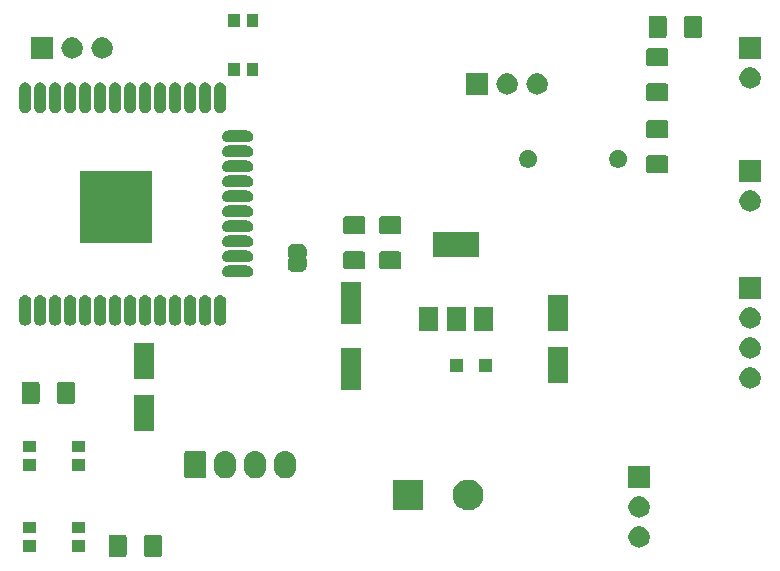
<source format=gts>
G04 #@! TF.GenerationSoftware,KiCad,Pcbnew,5.1.6-c6e7f7d~87~ubuntu20.04.1*
G04 #@! TF.CreationDate,2020-07-23T13:09:22+02:00*
G04 #@! TF.ProjectId,lotusble,6c6f7475-7362-46c6-952e-6b696361645f,rev?*
G04 #@! TF.SameCoordinates,Original*
G04 #@! TF.FileFunction,Soldermask,Top*
G04 #@! TF.FilePolarity,Negative*
%FSLAX46Y46*%
G04 Gerber Fmt 4.6, Leading zero omitted, Abs format (unit mm)*
G04 Created by KiCad (PCBNEW 5.1.6-c6e7f7d~87~ubuntu20.04.1) date 2020-07-23 13:09:22*
%MOMM*%
%LPD*%
G01*
G04 APERTURE LIST*
%ADD10C,0.100000*%
G04 APERTURE END LIST*
D10*
G36*
X51376562Y-122522181D02*
G01*
X51411481Y-122532774D01*
X51443663Y-122549976D01*
X51471873Y-122573127D01*
X51495024Y-122601337D01*
X51512226Y-122633519D01*
X51522819Y-122668438D01*
X51527000Y-122710895D01*
X51527000Y-124177105D01*
X51522819Y-124219562D01*
X51512226Y-124254481D01*
X51495024Y-124286663D01*
X51471873Y-124314873D01*
X51443663Y-124338024D01*
X51411481Y-124355226D01*
X51376562Y-124365819D01*
X51334105Y-124370000D01*
X50192895Y-124370000D01*
X50150438Y-124365819D01*
X50115519Y-124355226D01*
X50083337Y-124338024D01*
X50055127Y-124314873D01*
X50031976Y-124286663D01*
X50014774Y-124254481D01*
X50004181Y-124219562D01*
X50000000Y-124177105D01*
X50000000Y-122710895D01*
X50004181Y-122668438D01*
X50014774Y-122633519D01*
X50031976Y-122601337D01*
X50055127Y-122573127D01*
X50083337Y-122549976D01*
X50115519Y-122532774D01*
X50150438Y-122522181D01*
X50192895Y-122518000D01*
X51334105Y-122518000D01*
X51376562Y-122522181D01*
G37*
G36*
X48401562Y-122522181D02*
G01*
X48436481Y-122532774D01*
X48468663Y-122549976D01*
X48496873Y-122573127D01*
X48520024Y-122601337D01*
X48537226Y-122633519D01*
X48547819Y-122668438D01*
X48552000Y-122710895D01*
X48552000Y-124177105D01*
X48547819Y-124219562D01*
X48537226Y-124254481D01*
X48520024Y-124286663D01*
X48496873Y-124314873D01*
X48468663Y-124338024D01*
X48436481Y-124355226D01*
X48401562Y-124365819D01*
X48359105Y-124370000D01*
X47217895Y-124370000D01*
X47175438Y-124365819D01*
X47140519Y-124355226D01*
X47108337Y-124338024D01*
X47080127Y-124314873D01*
X47056976Y-124286663D01*
X47039774Y-124254481D01*
X47029181Y-124219562D01*
X47025000Y-124177105D01*
X47025000Y-122710895D01*
X47029181Y-122668438D01*
X47039774Y-122633519D01*
X47056976Y-122601337D01*
X47080127Y-122573127D01*
X47108337Y-122549976D01*
X47140519Y-122532774D01*
X47175438Y-122522181D01*
X47217895Y-122518000D01*
X48359105Y-122518000D01*
X48401562Y-122522181D01*
G37*
G36*
X40919000Y-123983000D02*
G01*
X39817000Y-123983000D01*
X39817000Y-122981000D01*
X40919000Y-122981000D01*
X40919000Y-123983000D01*
G37*
G36*
X45019000Y-123983000D02*
G01*
X43917000Y-123983000D01*
X43917000Y-122981000D01*
X45019000Y-122981000D01*
X45019000Y-123983000D01*
G37*
G36*
X92061512Y-121785927D02*
G01*
X92210812Y-121815624D01*
X92374784Y-121883544D01*
X92522354Y-121982147D01*
X92647853Y-122107646D01*
X92746456Y-122255216D01*
X92814376Y-122419188D01*
X92849000Y-122593259D01*
X92849000Y-122770741D01*
X92814376Y-122944812D01*
X92746456Y-123108784D01*
X92647853Y-123256354D01*
X92522354Y-123381853D01*
X92374784Y-123480456D01*
X92210812Y-123548376D01*
X92061512Y-123578073D01*
X92036742Y-123583000D01*
X91859258Y-123583000D01*
X91834488Y-123578073D01*
X91685188Y-123548376D01*
X91521216Y-123480456D01*
X91373646Y-123381853D01*
X91248147Y-123256354D01*
X91149544Y-123108784D01*
X91081624Y-122944812D01*
X91047000Y-122770741D01*
X91047000Y-122593259D01*
X91081624Y-122419188D01*
X91149544Y-122255216D01*
X91248147Y-122107646D01*
X91373646Y-121982147D01*
X91521216Y-121883544D01*
X91685188Y-121815624D01*
X91834488Y-121785927D01*
X91859258Y-121781000D01*
X92036742Y-121781000D01*
X92061512Y-121785927D01*
G37*
G36*
X45019000Y-122383000D02*
G01*
X43917000Y-122383000D01*
X43917000Y-121381000D01*
X45019000Y-121381000D01*
X45019000Y-122383000D01*
G37*
G36*
X40919000Y-122383000D02*
G01*
X39817000Y-122383000D01*
X39817000Y-121381000D01*
X40919000Y-121381000D01*
X40919000Y-122383000D01*
G37*
G36*
X92061512Y-119245927D02*
G01*
X92210812Y-119275624D01*
X92374784Y-119343544D01*
X92522354Y-119442147D01*
X92647853Y-119567646D01*
X92746456Y-119715216D01*
X92814376Y-119879188D01*
X92849000Y-120053259D01*
X92849000Y-120230741D01*
X92814376Y-120404812D01*
X92746456Y-120568784D01*
X92647853Y-120716354D01*
X92522354Y-120841853D01*
X92374784Y-120940456D01*
X92210812Y-121008376D01*
X92061512Y-121038073D01*
X92036742Y-121043000D01*
X91859258Y-121043000D01*
X91834488Y-121038073D01*
X91685188Y-121008376D01*
X91521216Y-120940456D01*
X91373646Y-120841853D01*
X91248147Y-120716354D01*
X91149544Y-120568784D01*
X91081624Y-120404812D01*
X91047000Y-120230741D01*
X91047000Y-120053259D01*
X91081624Y-119879188D01*
X91149544Y-119715216D01*
X91248147Y-119567646D01*
X91373646Y-119442147D01*
X91521216Y-119343544D01*
X91685188Y-119275624D01*
X91834488Y-119245927D01*
X91859258Y-119241000D01*
X92036742Y-119241000D01*
X92061512Y-119245927D01*
G37*
G36*
X77849487Y-117874996D02*
G01*
X78086253Y-117973068D01*
X78086255Y-117973069D01*
X78299339Y-118115447D01*
X78480553Y-118296661D01*
X78622932Y-118509747D01*
X78721004Y-118746513D01*
X78771000Y-118997861D01*
X78771000Y-119254139D01*
X78721004Y-119505487D01*
X78695256Y-119567647D01*
X78622931Y-119742255D01*
X78480553Y-119955339D01*
X78299339Y-120136553D01*
X78086255Y-120278931D01*
X78086254Y-120278932D01*
X78086253Y-120278932D01*
X77849487Y-120377004D01*
X77598139Y-120427000D01*
X77341861Y-120427000D01*
X77090513Y-120377004D01*
X76853747Y-120278932D01*
X76853746Y-120278932D01*
X76853745Y-120278931D01*
X76640661Y-120136553D01*
X76459447Y-119955339D01*
X76317069Y-119742255D01*
X76244744Y-119567647D01*
X76218996Y-119505487D01*
X76169000Y-119254139D01*
X76169000Y-118997861D01*
X76218996Y-118746513D01*
X76317068Y-118509747D01*
X76459447Y-118296661D01*
X76640661Y-118115447D01*
X76853745Y-117973069D01*
X76853747Y-117973068D01*
X77090513Y-117874996D01*
X77341861Y-117825000D01*
X77598139Y-117825000D01*
X77849487Y-117874996D01*
G37*
G36*
X73691000Y-120427000D02*
G01*
X71089000Y-120427000D01*
X71089000Y-117825000D01*
X73691000Y-117825000D01*
X73691000Y-120427000D01*
G37*
G36*
X92849000Y-118503000D02*
G01*
X91047000Y-118503000D01*
X91047000Y-116701000D01*
X92849000Y-116701000D01*
X92849000Y-118503000D01*
G37*
G36*
X62156547Y-115453326D02*
G01*
X62330156Y-115505990D01*
X62330158Y-115505991D01*
X62490155Y-115591511D01*
X62630397Y-115706603D01*
X62709729Y-115803271D01*
X62745489Y-115846844D01*
X62831010Y-116006843D01*
X62883674Y-116180452D01*
X62897000Y-116315756D01*
X62897000Y-116856243D01*
X62883674Y-116991548D01*
X62831010Y-117165157D01*
X62745489Y-117325156D01*
X62709729Y-117368729D01*
X62630397Y-117465397D01*
X62533729Y-117544729D01*
X62490156Y-117580489D01*
X62330157Y-117666010D01*
X62156548Y-117718674D01*
X61976000Y-117736456D01*
X61795453Y-117718674D01*
X61621844Y-117666010D01*
X61461845Y-117580489D01*
X61418272Y-117544729D01*
X61321604Y-117465397D01*
X61206513Y-117325157D01*
X61206512Y-117325155D01*
X61120990Y-117165157D01*
X61068326Y-116991548D01*
X61055000Y-116856244D01*
X61055000Y-116315757D01*
X61068326Y-116180453D01*
X61120990Y-116006844D01*
X61206511Y-115846845D01*
X61206512Y-115846844D01*
X61321603Y-115706603D01*
X61447388Y-115603375D01*
X61461844Y-115591511D01*
X61621843Y-115505990D01*
X61795452Y-115453326D01*
X61976000Y-115435544D01*
X62156547Y-115453326D01*
G37*
G36*
X59616547Y-115453326D02*
G01*
X59790156Y-115505990D01*
X59790158Y-115505991D01*
X59950155Y-115591511D01*
X60090397Y-115706603D01*
X60169729Y-115803271D01*
X60205489Y-115846844D01*
X60291010Y-116006843D01*
X60343674Y-116180452D01*
X60357000Y-116315756D01*
X60357000Y-116856243D01*
X60343674Y-116991548D01*
X60291010Y-117165157D01*
X60205489Y-117325156D01*
X60169729Y-117368729D01*
X60090397Y-117465397D01*
X59993729Y-117544729D01*
X59950156Y-117580489D01*
X59790157Y-117666010D01*
X59616548Y-117718674D01*
X59436000Y-117736456D01*
X59255453Y-117718674D01*
X59081844Y-117666010D01*
X58921845Y-117580489D01*
X58878272Y-117544729D01*
X58781604Y-117465397D01*
X58666513Y-117325157D01*
X58666512Y-117325155D01*
X58580990Y-117165157D01*
X58528326Y-116991548D01*
X58515000Y-116856244D01*
X58515000Y-116315757D01*
X58528326Y-116180453D01*
X58580990Y-116006844D01*
X58666511Y-115846845D01*
X58666512Y-115846844D01*
X58781603Y-115706603D01*
X58907388Y-115603375D01*
X58921844Y-115591511D01*
X59081843Y-115505990D01*
X59255452Y-115453326D01*
X59436000Y-115435544D01*
X59616547Y-115453326D01*
G37*
G36*
X57076547Y-115453326D02*
G01*
X57250156Y-115505990D01*
X57250158Y-115505991D01*
X57410155Y-115591511D01*
X57550397Y-115706603D01*
X57629729Y-115803271D01*
X57665489Y-115846844D01*
X57751010Y-116006843D01*
X57803674Y-116180452D01*
X57817000Y-116315756D01*
X57817000Y-116856243D01*
X57803674Y-116991548D01*
X57751010Y-117165157D01*
X57665489Y-117325156D01*
X57629729Y-117368729D01*
X57550397Y-117465397D01*
X57453729Y-117544729D01*
X57410156Y-117580489D01*
X57250157Y-117666010D01*
X57076548Y-117718674D01*
X56896000Y-117736456D01*
X56715453Y-117718674D01*
X56541844Y-117666010D01*
X56381845Y-117580489D01*
X56338272Y-117544729D01*
X56241604Y-117465397D01*
X56126513Y-117325157D01*
X56126512Y-117325155D01*
X56040990Y-117165157D01*
X55988326Y-116991548D01*
X55975000Y-116856244D01*
X55975000Y-116315757D01*
X55988326Y-116180453D01*
X56040990Y-116006844D01*
X56126511Y-115846845D01*
X56126512Y-115846844D01*
X56241603Y-115706603D01*
X56367388Y-115603375D01*
X56381844Y-115591511D01*
X56541843Y-115505990D01*
X56715452Y-115453326D01*
X56896000Y-115435544D01*
X57076547Y-115453326D01*
G37*
G36*
X55135561Y-115443966D02*
G01*
X55168383Y-115453923D01*
X55198632Y-115470092D01*
X55225148Y-115491852D01*
X55246908Y-115518368D01*
X55263077Y-115548617D01*
X55273034Y-115581439D01*
X55277000Y-115621713D01*
X55277000Y-117550287D01*
X55273034Y-117590561D01*
X55263077Y-117623383D01*
X55246908Y-117653632D01*
X55225148Y-117680148D01*
X55198632Y-117701908D01*
X55168383Y-117718077D01*
X55135561Y-117728034D01*
X55095287Y-117732000D01*
X53616713Y-117732000D01*
X53576439Y-117728034D01*
X53543617Y-117718077D01*
X53513368Y-117701908D01*
X53486852Y-117680148D01*
X53465092Y-117653632D01*
X53448923Y-117623383D01*
X53438966Y-117590561D01*
X53435000Y-117550287D01*
X53435000Y-115621713D01*
X53438966Y-115581439D01*
X53448923Y-115548617D01*
X53465092Y-115518368D01*
X53486852Y-115491852D01*
X53513368Y-115470092D01*
X53543617Y-115453923D01*
X53576439Y-115443966D01*
X53616713Y-115440000D01*
X55095287Y-115440000D01*
X55135561Y-115443966D01*
G37*
G36*
X40919000Y-117125000D02*
G01*
X39817000Y-117125000D01*
X39817000Y-116123000D01*
X40919000Y-116123000D01*
X40919000Y-117125000D01*
G37*
G36*
X45019000Y-117125000D02*
G01*
X43917000Y-117125000D01*
X43917000Y-116123000D01*
X45019000Y-116123000D01*
X45019000Y-117125000D01*
G37*
G36*
X45019000Y-115525000D02*
G01*
X43917000Y-115525000D01*
X43917000Y-114523000D01*
X45019000Y-114523000D01*
X45019000Y-115525000D01*
G37*
G36*
X40919000Y-115525000D02*
G01*
X39817000Y-115525000D01*
X39817000Y-114523000D01*
X40919000Y-114523000D01*
X40919000Y-115525000D01*
G37*
G36*
X50889000Y-113733000D02*
G01*
X49187000Y-113733000D01*
X49187000Y-110631000D01*
X50889000Y-110631000D01*
X50889000Y-113733000D01*
G37*
G36*
X41035562Y-109568181D02*
G01*
X41070481Y-109578774D01*
X41102663Y-109595976D01*
X41130873Y-109619127D01*
X41154024Y-109647337D01*
X41171226Y-109679519D01*
X41181819Y-109714438D01*
X41186000Y-109756895D01*
X41186000Y-111223105D01*
X41181819Y-111265562D01*
X41171226Y-111300481D01*
X41154024Y-111332663D01*
X41130873Y-111360873D01*
X41102663Y-111384024D01*
X41070481Y-111401226D01*
X41035562Y-111411819D01*
X40993105Y-111416000D01*
X39851895Y-111416000D01*
X39809438Y-111411819D01*
X39774519Y-111401226D01*
X39742337Y-111384024D01*
X39714127Y-111360873D01*
X39690976Y-111332663D01*
X39673774Y-111300481D01*
X39663181Y-111265562D01*
X39659000Y-111223105D01*
X39659000Y-109756895D01*
X39663181Y-109714438D01*
X39673774Y-109679519D01*
X39690976Y-109647337D01*
X39714127Y-109619127D01*
X39742337Y-109595976D01*
X39774519Y-109578774D01*
X39809438Y-109568181D01*
X39851895Y-109564000D01*
X40993105Y-109564000D01*
X41035562Y-109568181D01*
G37*
G36*
X44010562Y-109568181D02*
G01*
X44045481Y-109578774D01*
X44077663Y-109595976D01*
X44105873Y-109619127D01*
X44129024Y-109647337D01*
X44146226Y-109679519D01*
X44156819Y-109714438D01*
X44161000Y-109756895D01*
X44161000Y-111223105D01*
X44156819Y-111265562D01*
X44146226Y-111300481D01*
X44129024Y-111332663D01*
X44105873Y-111360873D01*
X44077663Y-111384024D01*
X44045481Y-111401226D01*
X44010562Y-111411819D01*
X43968105Y-111416000D01*
X42826895Y-111416000D01*
X42784438Y-111411819D01*
X42749519Y-111401226D01*
X42717337Y-111384024D01*
X42689127Y-111360873D01*
X42665976Y-111332663D01*
X42648774Y-111300481D01*
X42638181Y-111265562D01*
X42634000Y-111223105D01*
X42634000Y-109756895D01*
X42638181Y-109714438D01*
X42648774Y-109679519D01*
X42665976Y-109647337D01*
X42689127Y-109619127D01*
X42717337Y-109595976D01*
X42749519Y-109578774D01*
X42784438Y-109568181D01*
X42826895Y-109564000D01*
X43968105Y-109564000D01*
X44010562Y-109568181D01*
G37*
G36*
X68415000Y-110265000D02*
G01*
X66713000Y-110265000D01*
X66713000Y-106663000D01*
X68415000Y-106663000D01*
X68415000Y-110265000D01*
G37*
G36*
X101459512Y-108323927D02*
G01*
X101608812Y-108353624D01*
X101772784Y-108421544D01*
X101920354Y-108520147D01*
X102045853Y-108645646D01*
X102144456Y-108793216D01*
X102212376Y-108957188D01*
X102247000Y-109131259D01*
X102247000Y-109308741D01*
X102212376Y-109482812D01*
X102144456Y-109646784D01*
X102045853Y-109794354D01*
X101920354Y-109919853D01*
X101772784Y-110018456D01*
X101608812Y-110086376D01*
X101459512Y-110116073D01*
X101434742Y-110121000D01*
X101257258Y-110121000D01*
X101232488Y-110116073D01*
X101083188Y-110086376D01*
X100919216Y-110018456D01*
X100771646Y-109919853D01*
X100646147Y-109794354D01*
X100547544Y-109646784D01*
X100479624Y-109482812D01*
X100445000Y-109308741D01*
X100445000Y-109131259D01*
X100479624Y-108957188D01*
X100547544Y-108793216D01*
X100646147Y-108645646D01*
X100771646Y-108520147D01*
X100919216Y-108421544D01*
X101083188Y-108353624D01*
X101232488Y-108323927D01*
X101257258Y-108319000D01*
X101434742Y-108319000D01*
X101459512Y-108323927D01*
G37*
G36*
X85941000Y-109669000D02*
G01*
X84239000Y-109669000D01*
X84239000Y-106567000D01*
X85941000Y-106567000D01*
X85941000Y-109669000D01*
G37*
G36*
X50889000Y-109333000D02*
G01*
X49187000Y-109333000D01*
X49187000Y-106231000D01*
X50889000Y-106231000D01*
X50889000Y-109333000D01*
G37*
G36*
X77025000Y-108755000D02*
G01*
X75923000Y-108755000D01*
X75923000Y-107653000D01*
X77025000Y-107653000D01*
X77025000Y-108755000D01*
G37*
G36*
X79525000Y-108755000D02*
G01*
X78423000Y-108755000D01*
X78423000Y-107653000D01*
X79525000Y-107653000D01*
X79525000Y-108755000D01*
G37*
G36*
X101459512Y-105783927D02*
G01*
X101608812Y-105813624D01*
X101772784Y-105881544D01*
X101920354Y-105980147D01*
X102045853Y-106105646D01*
X102144456Y-106253216D01*
X102212376Y-106417188D01*
X102247000Y-106591259D01*
X102247000Y-106768741D01*
X102212376Y-106942812D01*
X102144456Y-107106784D01*
X102045853Y-107254354D01*
X101920354Y-107379853D01*
X101772784Y-107478456D01*
X101608812Y-107546376D01*
X101459512Y-107576073D01*
X101434742Y-107581000D01*
X101257258Y-107581000D01*
X101232488Y-107576073D01*
X101083188Y-107546376D01*
X100919216Y-107478456D01*
X100771646Y-107379853D01*
X100646147Y-107254354D01*
X100547544Y-107106784D01*
X100479624Y-106942812D01*
X100445000Y-106768741D01*
X100445000Y-106591259D01*
X100479624Y-106417188D01*
X100547544Y-106253216D01*
X100646147Y-106105646D01*
X100771646Y-105980147D01*
X100919216Y-105881544D01*
X101083188Y-105813624D01*
X101232488Y-105783927D01*
X101257258Y-105779000D01*
X101434742Y-105779000D01*
X101459512Y-105783927D01*
G37*
G36*
X74955000Y-105293000D02*
G01*
X73353000Y-105293000D01*
X73353000Y-103191000D01*
X74955000Y-103191000D01*
X74955000Y-105293000D01*
G37*
G36*
X77255000Y-105293000D02*
G01*
X75653000Y-105293000D01*
X75653000Y-103191000D01*
X77255000Y-103191000D01*
X77255000Y-105293000D01*
G37*
G36*
X79555000Y-105293000D02*
G01*
X77953000Y-105293000D01*
X77953000Y-103191000D01*
X79555000Y-103191000D01*
X79555000Y-105293000D01*
G37*
G36*
X85941000Y-105269000D02*
G01*
X84239000Y-105269000D01*
X84239000Y-102167000D01*
X85941000Y-102167000D01*
X85941000Y-105269000D01*
G37*
G36*
X101459512Y-103243927D02*
G01*
X101608812Y-103273624D01*
X101772784Y-103341544D01*
X101920354Y-103440147D01*
X102045853Y-103565646D01*
X102144456Y-103713216D01*
X102212376Y-103877188D01*
X102247000Y-104051259D01*
X102247000Y-104228741D01*
X102212376Y-104402812D01*
X102144456Y-104566784D01*
X102045853Y-104714354D01*
X101920354Y-104839853D01*
X101772784Y-104938456D01*
X101608812Y-105006376D01*
X101459512Y-105036073D01*
X101434742Y-105041000D01*
X101257258Y-105041000D01*
X101232488Y-105036073D01*
X101083188Y-105006376D01*
X100919216Y-104938456D01*
X100771646Y-104839853D01*
X100646147Y-104714354D01*
X100547544Y-104566784D01*
X100479624Y-104402812D01*
X100445000Y-104228741D01*
X100445000Y-104051259D01*
X100479624Y-103877188D01*
X100547544Y-103713216D01*
X100646147Y-103565646D01*
X100771646Y-103440147D01*
X100919216Y-103341544D01*
X101083188Y-103273624D01*
X101232488Y-103243927D01*
X101257258Y-103239000D01*
X101434742Y-103239000D01*
X101459512Y-103243927D01*
G37*
G36*
X45140213Y-102194249D02*
G01*
X45234652Y-102222897D01*
X45321687Y-102269418D01*
X45397975Y-102332025D01*
X45460582Y-102408313D01*
X45507103Y-102495348D01*
X45535751Y-102589787D01*
X45543000Y-102663388D01*
X45543000Y-104312612D01*
X45535751Y-104386213D01*
X45507103Y-104480652D01*
X45460582Y-104567687D01*
X45397975Y-104643975D01*
X45321687Y-104706582D01*
X45234651Y-104753103D01*
X45140212Y-104781751D01*
X45042000Y-104791424D01*
X44943787Y-104781751D01*
X44849348Y-104753103D01*
X44762313Y-104706582D01*
X44686025Y-104643975D01*
X44623418Y-104567687D01*
X44576897Y-104480651D01*
X44548249Y-104386212D01*
X44541000Y-104312611D01*
X44541001Y-102663388D01*
X44548250Y-102589787D01*
X44576898Y-102495348D01*
X44623419Y-102408313D01*
X44686026Y-102332025D01*
X44762314Y-102269418D01*
X44849349Y-102222897D01*
X44943788Y-102194249D01*
X45042000Y-102184576D01*
X45140213Y-102194249D01*
G37*
G36*
X56570213Y-102194249D02*
G01*
X56664652Y-102222897D01*
X56751687Y-102269418D01*
X56827975Y-102332025D01*
X56890582Y-102408313D01*
X56937103Y-102495348D01*
X56965751Y-102589787D01*
X56973000Y-102663388D01*
X56973000Y-104312612D01*
X56965751Y-104386213D01*
X56937103Y-104480652D01*
X56890582Y-104567687D01*
X56827975Y-104643975D01*
X56751687Y-104706582D01*
X56664651Y-104753103D01*
X56570212Y-104781751D01*
X56472000Y-104791424D01*
X56373787Y-104781751D01*
X56279348Y-104753103D01*
X56192313Y-104706582D01*
X56116025Y-104643975D01*
X56053418Y-104567687D01*
X56006897Y-104480651D01*
X55978249Y-104386212D01*
X55971000Y-104312611D01*
X55971001Y-102663388D01*
X55978250Y-102589787D01*
X56006898Y-102495348D01*
X56053419Y-102408313D01*
X56116026Y-102332025D01*
X56192314Y-102269418D01*
X56279349Y-102222897D01*
X56373788Y-102194249D01*
X56472000Y-102184576D01*
X56570213Y-102194249D01*
G37*
G36*
X54030213Y-102194249D02*
G01*
X54124652Y-102222897D01*
X54211687Y-102269418D01*
X54287975Y-102332025D01*
X54350582Y-102408313D01*
X54397103Y-102495348D01*
X54425751Y-102589787D01*
X54433000Y-102663388D01*
X54433000Y-104312612D01*
X54425751Y-104386213D01*
X54397103Y-104480652D01*
X54350582Y-104567687D01*
X54287975Y-104643975D01*
X54211687Y-104706582D01*
X54124651Y-104753103D01*
X54030212Y-104781751D01*
X53932000Y-104791424D01*
X53833787Y-104781751D01*
X53739348Y-104753103D01*
X53652313Y-104706582D01*
X53576025Y-104643975D01*
X53513418Y-104567687D01*
X53466897Y-104480651D01*
X53438249Y-104386212D01*
X53431000Y-104312611D01*
X53431001Y-102663388D01*
X53438250Y-102589787D01*
X53466898Y-102495348D01*
X53513419Y-102408313D01*
X53576026Y-102332025D01*
X53652314Y-102269418D01*
X53739349Y-102222897D01*
X53833788Y-102194249D01*
X53932000Y-102184576D01*
X54030213Y-102194249D01*
G37*
G36*
X52760213Y-102194249D02*
G01*
X52854652Y-102222897D01*
X52941687Y-102269418D01*
X53017975Y-102332025D01*
X53080582Y-102408313D01*
X53127103Y-102495348D01*
X53155751Y-102589787D01*
X53163000Y-102663388D01*
X53163000Y-104312612D01*
X53155751Y-104386213D01*
X53127103Y-104480652D01*
X53080582Y-104567687D01*
X53017975Y-104643975D01*
X52941687Y-104706582D01*
X52854651Y-104753103D01*
X52760212Y-104781751D01*
X52662000Y-104791424D01*
X52563787Y-104781751D01*
X52469348Y-104753103D01*
X52382313Y-104706582D01*
X52306025Y-104643975D01*
X52243418Y-104567687D01*
X52196897Y-104480651D01*
X52168249Y-104386212D01*
X52161000Y-104312611D01*
X52161001Y-102663388D01*
X52168250Y-102589787D01*
X52196898Y-102495348D01*
X52243419Y-102408313D01*
X52306026Y-102332025D01*
X52382314Y-102269418D01*
X52469349Y-102222897D01*
X52563788Y-102194249D01*
X52662000Y-102184576D01*
X52760213Y-102194249D01*
G37*
G36*
X51490213Y-102194249D02*
G01*
X51584652Y-102222897D01*
X51671687Y-102269418D01*
X51747975Y-102332025D01*
X51810582Y-102408313D01*
X51857103Y-102495348D01*
X51885751Y-102589787D01*
X51893000Y-102663388D01*
X51893000Y-104312612D01*
X51885751Y-104386213D01*
X51857103Y-104480652D01*
X51810582Y-104567687D01*
X51747975Y-104643975D01*
X51671687Y-104706582D01*
X51584651Y-104753103D01*
X51490212Y-104781751D01*
X51392000Y-104791424D01*
X51293787Y-104781751D01*
X51199348Y-104753103D01*
X51112313Y-104706582D01*
X51036025Y-104643975D01*
X50973418Y-104567687D01*
X50926897Y-104480651D01*
X50898249Y-104386212D01*
X50891000Y-104312611D01*
X50891001Y-102663388D01*
X50898250Y-102589787D01*
X50926898Y-102495348D01*
X50973419Y-102408313D01*
X51036026Y-102332025D01*
X51112314Y-102269418D01*
X51199349Y-102222897D01*
X51293788Y-102194249D01*
X51392000Y-102184576D01*
X51490213Y-102194249D01*
G37*
G36*
X50220213Y-102194249D02*
G01*
X50314652Y-102222897D01*
X50401687Y-102269418D01*
X50477975Y-102332025D01*
X50540582Y-102408313D01*
X50587103Y-102495348D01*
X50615751Y-102589787D01*
X50623000Y-102663388D01*
X50623000Y-104312612D01*
X50615751Y-104386213D01*
X50587103Y-104480652D01*
X50540582Y-104567687D01*
X50477975Y-104643975D01*
X50401687Y-104706582D01*
X50314651Y-104753103D01*
X50220212Y-104781751D01*
X50122000Y-104791424D01*
X50023787Y-104781751D01*
X49929348Y-104753103D01*
X49842313Y-104706582D01*
X49766025Y-104643975D01*
X49703418Y-104567687D01*
X49656897Y-104480651D01*
X49628249Y-104386212D01*
X49621000Y-104312611D01*
X49621001Y-102663388D01*
X49628250Y-102589787D01*
X49656898Y-102495348D01*
X49703419Y-102408313D01*
X49766026Y-102332025D01*
X49842314Y-102269418D01*
X49929349Y-102222897D01*
X50023788Y-102194249D01*
X50122000Y-102184576D01*
X50220213Y-102194249D01*
G37*
G36*
X48950213Y-102194249D02*
G01*
X49044652Y-102222897D01*
X49131687Y-102269418D01*
X49207975Y-102332025D01*
X49270582Y-102408313D01*
X49317103Y-102495348D01*
X49345751Y-102589787D01*
X49353000Y-102663388D01*
X49353000Y-104312612D01*
X49345751Y-104386213D01*
X49317103Y-104480652D01*
X49270582Y-104567687D01*
X49207975Y-104643975D01*
X49131687Y-104706582D01*
X49044651Y-104753103D01*
X48950212Y-104781751D01*
X48852000Y-104791424D01*
X48753787Y-104781751D01*
X48659348Y-104753103D01*
X48572313Y-104706582D01*
X48496025Y-104643975D01*
X48433418Y-104567687D01*
X48386897Y-104480651D01*
X48358249Y-104386212D01*
X48351000Y-104312611D01*
X48351001Y-102663388D01*
X48358250Y-102589787D01*
X48386898Y-102495348D01*
X48433419Y-102408313D01*
X48496026Y-102332025D01*
X48572314Y-102269418D01*
X48659349Y-102222897D01*
X48753788Y-102194249D01*
X48852000Y-102184576D01*
X48950213Y-102194249D01*
G37*
G36*
X47680213Y-102194249D02*
G01*
X47774652Y-102222897D01*
X47861687Y-102269418D01*
X47937975Y-102332025D01*
X48000582Y-102408313D01*
X48047103Y-102495348D01*
X48075751Y-102589787D01*
X48083000Y-102663388D01*
X48083000Y-104312612D01*
X48075751Y-104386213D01*
X48047103Y-104480652D01*
X48000582Y-104567687D01*
X47937975Y-104643975D01*
X47861687Y-104706582D01*
X47774651Y-104753103D01*
X47680212Y-104781751D01*
X47582000Y-104791424D01*
X47483787Y-104781751D01*
X47389348Y-104753103D01*
X47302313Y-104706582D01*
X47226025Y-104643975D01*
X47163418Y-104567687D01*
X47116897Y-104480651D01*
X47088249Y-104386212D01*
X47081000Y-104312611D01*
X47081001Y-102663388D01*
X47088250Y-102589787D01*
X47116898Y-102495348D01*
X47163419Y-102408313D01*
X47226026Y-102332025D01*
X47302314Y-102269418D01*
X47389349Y-102222897D01*
X47483788Y-102194249D01*
X47582000Y-102184576D01*
X47680213Y-102194249D01*
G37*
G36*
X46410213Y-102194249D02*
G01*
X46504652Y-102222897D01*
X46591687Y-102269418D01*
X46667975Y-102332025D01*
X46730582Y-102408313D01*
X46777103Y-102495348D01*
X46805751Y-102589787D01*
X46813000Y-102663388D01*
X46813000Y-104312612D01*
X46805751Y-104386213D01*
X46777103Y-104480652D01*
X46730582Y-104567687D01*
X46667975Y-104643975D01*
X46591687Y-104706582D01*
X46504651Y-104753103D01*
X46410212Y-104781751D01*
X46312000Y-104791424D01*
X46213787Y-104781751D01*
X46119348Y-104753103D01*
X46032313Y-104706582D01*
X45956025Y-104643975D01*
X45893418Y-104567687D01*
X45846897Y-104480651D01*
X45818249Y-104386212D01*
X45811000Y-104312611D01*
X45811001Y-102663388D01*
X45818250Y-102589787D01*
X45846898Y-102495348D01*
X45893419Y-102408313D01*
X45956026Y-102332025D01*
X46032314Y-102269418D01*
X46119349Y-102222897D01*
X46213788Y-102194249D01*
X46312000Y-102184576D01*
X46410213Y-102194249D01*
G37*
G36*
X43870213Y-102194249D02*
G01*
X43964652Y-102222897D01*
X44051687Y-102269418D01*
X44127975Y-102332025D01*
X44190582Y-102408313D01*
X44237103Y-102495348D01*
X44265751Y-102589787D01*
X44273000Y-102663388D01*
X44273000Y-104312612D01*
X44265751Y-104386213D01*
X44237103Y-104480652D01*
X44190582Y-104567687D01*
X44127975Y-104643975D01*
X44051687Y-104706582D01*
X43964651Y-104753103D01*
X43870212Y-104781751D01*
X43772000Y-104791424D01*
X43673787Y-104781751D01*
X43579348Y-104753103D01*
X43492313Y-104706582D01*
X43416025Y-104643975D01*
X43353418Y-104567687D01*
X43306897Y-104480651D01*
X43278249Y-104386212D01*
X43271000Y-104312611D01*
X43271001Y-102663388D01*
X43278250Y-102589787D01*
X43306898Y-102495348D01*
X43353419Y-102408313D01*
X43416026Y-102332025D01*
X43492314Y-102269418D01*
X43579349Y-102222897D01*
X43673788Y-102194249D01*
X43772000Y-102184576D01*
X43870213Y-102194249D01*
G37*
G36*
X42600213Y-102194249D02*
G01*
X42694652Y-102222897D01*
X42781687Y-102269418D01*
X42857975Y-102332025D01*
X42920582Y-102408313D01*
X42967103Y-102495348D01*
X42995751Y-102589787D01*
X43003000Y-102663388D01*
X43003000Y-104312612D01*
X42995751Y-104386213D01*
X42967103Y-104480652D01*
X42920582Y-104567687D01*
X42857975Y-104643975D01*
X42781687Y-104706582D01*
X42694651Y-104753103D01*
X42600212Y-104781751D01*
X42502000Y-104791424D01*
X42403787Y-104781751D01*
X42309348Y-104753103D01*
X42222313Y-104706582D01*
X42146025Y-104643975D01*
X42083418Y-104567687D01*
X42036897Y-104480651D01*
X42008249Y-104386212D01*
X42001000Y-104312611D01*
X42001001Y-102663388D01*
X42008250Y-102589787D01*
X42036898Y-102495348D01*
X42083419Y-102408313D01*
X42146026Y-102332025D01*
X42222314Y-102269418D01*
X42309349Y-102222897D01*
X42403788Y-102194249D01*
X42502000Y-102184576D01*
X42600213Y-102194249D01*
G37*
G36*
X41330213Y-102194249D02*
G01*
X41424652Y-102222897D01*
X41511687Y-102269418D01*
X41587975Y-102332025D01*
X41650582Y-102408313D01*
X41697103Y-102495348D01*
X41725751Y-102589787D01*
X41733000Y-102663388D01*
X41733000Y-104312612D01*
X41725751Y-104386213D01*
X41697103Y-104480652D01*
X41650582Y-104567687D01*
X41587975Y-104643975D01*
X41511687Y-104706582D01*
X41424651Y-104753103D01*
X41330212Y-104781751D01*
X41232000Y-104791424D01*
X41133787Y-104781751D01*
X41039348Y-104753103D01*
X40952313Y-104706582D01*
X40876025Y-104643975D01*
X40813418Y-104567687D01*
X40766897Y-104480651D01*
X40738249Y-104386212D01*
X40731000Y-104312611D01*
X40731001Y-102663388D01*
X40738250Y-102589787D01*
X40766898Y-102495348D01*
X40813419Y-102408313D01*
X40876026Y-102332025D01*
X40952314Y-102269418D01*
X41039349Y-102222897D01*
X41133788Y-102194249D01*
X41232000Y-102184576D01*
X41330213Y-102194249D01*
G37*
G36*
X40060213Y-102194249D02*
G01*
X40154652Y-102222897D01*
X40241687Y-102269418D01*
X40317975Y-102332025D01*
X40380582Y-102408313D01*
X40427103Y-102495348D01*
X40455751Y-102589787D01*
X40463000Y-102663388D01*
X40463000Y-104312612D01*
X40455751Y-104386213D01*
X40427103Y-104480652D01*
X40380582Y-104567687D01*
X40317975Y-104643975D01*
X40241687Y-104706582D01*
X40154651Y-104753103D01*
X40060212Y-104781751D01*
X39962000Y-104791424D01*
X39863787Y-104781751D01*
X39769348Y-104753103D01*
X39682313Y-104706582D01*
X39606025Y-104643975D01*
X39543418Y-104567687D01*
X39496897Y-104480651D01*
X39468249Y-104386212D01*
X39461000Y-104312611D01*
X39461001Y-102663388D01*
X39468250Y-102589787D01*
X39496898Y-102495348D01*
X39543419Y-102408313D01*
X39606026Y-102332025D01*
X39682314Y-102269418D01*
X39769349Y-102222897D01*
X39863788Y-102194249D01*
X39962000Y-102184576D01*
X40060213Y-102194249D01*
G37*
G36*
X55300213Y-102194249D02*
G01*
X55394652Y-102222897D01*
X55481687Y-102269418D01*
X55557975Y-102332025D01*
X55620582Y-102408313D01*
X55667103Y-102495348D01*
X55695751Y-102589787D01*
X55703000Y-102663388D01*
X55703000Y-104312612D01*
X55695751Y-104386213D01*
X55667103Y-104480652D01*
X55620582Y-104567687D01*
X55557975Y-104643975D01*
X55481687Y-104706582D01*
X55394651Y-104753103D01*
X55300212Y-104781751D01*
X55202000Y-104791424D01*
X55103787Y-104781751D01*
X55009348Y-104753103D01*
X54922313Y-104706582D01*
X54846025Y-104643975D01*
X54783418Y-104567687D01*
X54736897Y-104480651D01*
X54708249Y-104386212D01*
X54701000Y-104312611D01*
X54701001Y-102663388D01*
X54708250Y-102589787D01*
X54736898Y-102495348D01*
X54783419Y-102408313D01*
X54846026Y-102332025D01*
X54922314Y-102269418D01*
X55009349Y-102222897D01*
X55103788Y-102194249D01*
X55202000Y-102184576D01*
X55300213Y-102194249D01*
G37*
G36*
X68415000Y-104665000D02*
G01*
X66713000Y-104665000D01*
X66713000Y-101063000D01*
X68415000Y-101063000D01*
X68415000Y-104665000D01*
G37*
G36*
X102247000Y-102501000D02*
G01*
X100445000Y-102501000D01*
X100445000Y-100699000D01*
X102247000Y-100699000D01*
X102247000Y-102501000D01*
G37*
G36*
X58860213Y-99709249D02*
G01*
X58954652Y-99737897D01*
X59041687Y-99784418D01*
X59117975Y-99847025D01*
X59180582Y-99923313D01*
X59227103Y-100010348D01*
X59255751Y-100104787D01*
X59265424Y-100203000D01*
X59255751Y-100301213D01*
X59227103Y-100395652D01*
X59180582Y-100482687D01*
X59117975Y-100558975D01*
X59041687Y-100621582D01*
X58954652Y-100668103D01*
X58860213Y-100696751D01*
X58786612Y-100704000D01*
X57137388Y-100704000D01*
X57063787Y-100696751D01*
X56969348Y-100668103D01*
X56882313Y-100621582D01*
X56806025Y-100558975D01*
X56743418Y-100482687D01*
X56696897Y-100395652D01*
X56668249Y-100301213D01*
X56658576Y-100203000D01*
X56668249Y-100104787D01*
X56696897Y-100010348D01*
X56743418Y-99923313D01*
X56806025Y-99847025D01*
X56882313Y-99784418D01*
X56969348Y-99737897D01*
X57063787Y-99709249D01*
X57137388Y-99702000D01*
X58786612Y-99702000D01*
X58860213Y-99709249D01*
G37*
G36*
X63254199Y-97859954D02*
G01*
X63266450Y-97860556D01*
X63284869Y-97860556D01*
X63307149Y-97862750D01*
X63391233Y-97879476D01*
X63412660Y-97885976D01*
X63491858Y-97918780D01*
X63497303Y-97921691D01*
X63497309Y-97921693D01*
X63506169Y-97926429D01*
X63506173Y-97926432D01*
X63511614Y-97929340D01*
X63582899Y-97976971D01*
X63600204Y-97991172D01*
X63660828Y-98051796D01*
X63675029Y-98069101D01*
X63722660Y-98140386D01*
X63725568Y-98145827D01*
X63725571Y-98145831D01*
X63730307Y-98154691D01*
X63730309Y-98154697D01*
X63733220Y-98160142D01*
X63766024Y-98239340D01*
X63772524Y-98260767D01*
X63789250Y-98344851D01*
X63791444Y-98367131D01*
X63791444Y-98385550D01*
X63792046Y-98397801D01*
X63793852Y-98416139D01*
X63793852Y-98903860D01*
X63792263Y-98919999D01*
X63789348Y-98929608D01*
X63784610Y-98938472D01*
X63778237Y-98946237D01*
X63765794Y-98956448D01*
X63755425Y-98963378D01*
X63738098Y-98980705D01*
X63724485Y-99001080D01*
X63715109Y-99023720D01*
X63710329Y-99047753D01*
X63710330Y-99072257D01*
X63715112Y-99096290D01*
X63724490Y-99118929D01*
X63738105Y-99139302D01*
X63755432Y-99156629D01*
X63765802Y-99163558D01*
X63778237Y-99173763D01*
X63784610Y-99181528D01*
X63789348Y-99190392D01*
X63792263Y-99200001D01*
X63793852Y-99216140D01*
X63793852Y-99703862D01*
X63792046Y-99722199D01*
X63791444Y-99734450D01*
X63791444Y-99752869D01*
X63789250Y-99775149D01*
X63772524Y-99859233D01*
X63766024Y-99880660D01*
X63733220Y-99959858D01*
X63730309Y-99965303D01*
X63730307Y-99965309D01*
X63725571Y-99974169D01*
X63725568Y-99974173D01*
X63722660Y-99979614D01*
X63675029Y-100050899D01*
X63660828Y-100068204D01*
X63600204Y-100128828D01*
X63582899Y-100143029D01*
X63511614Y-100190660D01*
X63506173Y-100193568D01*
X63506169Y-100193571D01*
X63497309Y-100198307D01*
X63497303Y-100198309D01*
X63491858Y-100201220D01*
X63412660Y-100234024D01*
X63391233Y-100240524D01*
X63307149Y-100257250D01*
X63284869Y-100259444D01*
X63266450Y-100259444D01*
X63254199Y-100260046D01*
X63235862Y-100261852D01*
X62748138Y-100261852D01*
X62729801Y-100260046D01*
X62717550Y-100259444D01*
X62699131Y-100259444D01*
X62676851Y-100257250D01*
X62592767Y-100240524D01*
X62571340Y-100234024D01*
X62492142Y-100201220D01*
X62486697Y-100198309D01*
X62486691Y-100198307D01*
X62477831Y-100193571D01*
X62477827Y-100193568D01*
X62472386Y-100190660D01*
X62401101Y-100143029D01*
X62383796Y-100128828D01*
X62323172Y-100068204D01*
X62308971Y-100050899D01*
X62261340Y-99979614D01*
X62258432Y-99974173D01*
X62258429Y-99974169D01*
X62253693Y-99965309D01*
X62253691Y-99965303D01*
X62250780Y-99959858D01*
X62217976Y-99880660D01*
X62211476Y-99859233D01*
X62194750Y-99775149D01*
X62192556Y-99752869D01*
X62192556Y-99734450D01*
X62191954Y-99722199D01*
X62190148Y-99703862D01*
X62190148Y-99216140D01*
X62191737Y-99200001D01*
X62194652Y-99190392D01*
X62199390Y-99181528D01*
X62205763Y-99173763D01*
X62218206Y-99163552D01*
X62228575Y-99156622D01*
X62245902Y-99139295D01*
X62259515Y-99118920D01*
X62268891Y-99096280D01*
X62273671Y-99072247D01*
X62273670Y-99047743D01*
X62268888Y-99023710D01*
X62259510Y-99001071D01*
X62245895Y-98980698D01*
X62228568Y-98963371D01*
X62218198Y-98956442D01*
X62205763Y-98946237D01*
X62199390Y-98938472D01*
X62194652Y-98929608D01*
X62191737Y-98919999D01*
X62190148Y-98903860D01*
X62190148Y-98416139D01*
X62191954Y-98397801D01*
X62192556Y-98385550D01*
X62192556Y-98367131D01*
X62194750Y-98344851D01*
X62211476Y-98260767D01*
X62217976Y-98239340D01*
X62250780Y-98160142D01*
X62253691Y-98154697D01*
X62253693Y-98154691D01*
X62258429Y-98145831D01*
X62258432Y-98145827D01*
X62261340Y-98140386D01*
X62308971Y-98069101D01*
X62323172Y-98051796D01*
X62383796Y-97991172D01*
X62401101Y-97976971D01*
X62472386Y-97929340D01*
X62477827Y-97926432D01*
X62477831Y-97926429D01*
X62486691Y-97921693D01*
X62486697Y-97921691D01*
X62492142Y-97918780D01*
X62571340Y-97885976D01*
X62592767Y-97879476D01*
X62676851Y-97862750D01*
X62699131Y-97860556D01*
X62717550Y-97860556D01*
X62729801Y-97859954D01*
X62748139Y-97858148D01*
X63235861Y-97858148D01*
X63254199Y-97859954D01*
G37*
G36*
X68593562Y-98518181D02*
G01*
X68628481Y-98528774D01*
X68660663Y-98545976D01*
X68688873Y-98569127D01*
X68712024Y-98597337D01*
X68729226Y-98629519D01*
X68739819Y-98664438D01*
X68744000Y-98706895D01*
X68744000Y-99848105D01*
X68739819Y-99890562D01*
X68729226Y-99925481D01*
X68712024Y-99957663D01*
X68688873Y-99985873D01*
X68660663Y-100009024D01*
X68628481Y-100026226D01*
X68593562Y-100036819D01*
X68551105Y-100041000D01*
X67084895Y-100041000D01*
X67042438Y-100036819D01*
X67007519Y-100026226D01*
X66975337Y-100009024D01*
X66947127Y-99985873D01*
X66923976Y-99957663D01*
X66906774Y-99925481D01*
X66896181Y-99890562D01*
X66892000Y-99848105D01*
X66892000Y-98706895D01*
X66896181Y-98664438D01*
X66906774Y-98629519D01*
X66923976Y-98597337D01*
X66947127Y-98569127D01*
X66975337Y-98545976D01*
X67007519Y-98528774D01*
X67042438Y-98518181D01*
X67084895Y-98514000D01*
X68551105Y-98514000D01*
X68593562Y-98518181D01*
G37*
G36*
X71641562Y-98518181D02*
G01*
X71676481Y-98528774D01*
X71708663Y-98545976D01*
X71736873Y-98569127D01*
X71760024Y-98597337D01*
X71777226Y-98629519D01*
X71787819Y-98664438D01*
X71792000Y-98706895D01*
X71792000Y-99848105D01*
X71787819Y-99890562D01*
X71777226Y-99925481D01*
X71760024Y-99957663D01*
X71736873Y-99985873D01*
X71708663Y-100009024D01*
X71676481Y-100026226D01*
X71641562Y-100036819D01*
X71599105Y-100041000D01*
X70132895Y-100041000D01*
X70090438Y-100036819D01*
X70055519Y-100026226D01*
X70023337Y-100009024D01*
X69995127Y-99985873D01*
X69971976Y-99957663D01*
X69954774Y-99925481D01*
X69944181Y-99890562D01*
X69940000Y-99848105D01*
X69940000Y-98706895D01*
X69944181Y-98664438D01*
X69954774Y-98629519D01*
X69971976Y-98597337D01*
X69995127Y-98569127D01*
X70023337Y-98545976D01*
X70055519Y-98528774D01*
X70090438Y-98518181D01*
X70132895Y-98514000D01*
X71599105Y-98514000D01*
X71641562Y-98518181D01*
G37*
G36*
X58860213Y-98439249D02*
G01*
X58954652Y-98467897D01*
X59041687Y-98514418D01*
X59117975Y-98577025D01*
X59180582Y-98653313D01*
X59227103Y-98740348D01*
X59255751Y-98834787D01*
X59265424Y-98933000D01*
X59255751Y-99031213D01*
X59227103Y-99125652D01*
X59180582Y-99212687D01*
X59117975Y-99288975D01*
X59041687Y-99351582D01*
X58954652Y-99398103D01*
X58860213Y-99426751D01*
X58786612Y-99434000D01*
X57137388Y-99434000D01*
X57063787Y-99426751D01*
X56969348Y-99398103D01*
X56882313Y-99351582D01*
X56806025Y-99288975D01*
X56743418Y-99212687D01*
X56696897Y-99125652D01*
X56668249Y-99031213D01*
X56658576Y-98933000D01*
X56668249Y-98834787D01*
X56696897Y-98740348D01*
X56743418Y-98653313D01*
X56806025Y-98577025D01*
X56882313Y-98514418D01*
X56969348Y-98467897D01*
X57063787Y-98439249D01*
X57137388Y-98432000D01*
X58786612Y-98432000D01*
X58860213Y-98439249D01*
G37*
G36*
X78405000Y-98993000D02*
G01*
X74503000Y-98993000D01*
X74503000Y-96891000D01*
X78405000Y-96891000D01*
X78405000Y-98993000D01*
G37*
G36*
X58860213Y-97169249D02*
G01*
X58954652Y-97197897D01*
X59041687Y-97244418D01*
X59117975Y-97307025D01*
X59180582Y-97383313D01*
X59227103Y-97470348D01*
X59255751Y-97564787D01*
X59265424Y-97663000D01*
X59255751Y-97761213D01*
X59227103Y-97855652D01*
X59180582Y-97942687D01*
X59117975Y-98018975D01*
X59041687Y-98081582D01*
X58954652Y-98128103D01*
X58860213Y-98156751D01*
X58786612Y-98164000D01*
X57137388Y-98164000D01*
X57063787Y-98156751D01*
X56969348Y-98128103D01*
X56882313Y-98081582D01*
X56806025Y-98018975D01*
X56743418Y-97942687D01*
X56696897Y-97855652D01*
X56668249Y-97761213D01*
X56658576Y-97663000D01*
X56668249Y-97564787D01*
X56696897Y-97470348D01*
X56743418Y-97383313D01*
X56806025Y-97307025D01*
X56882313Y-97244418D01*
X56969348Y-97197897D01*
X57063787Y-97169249D01*
X57137388Y-97162000D01*
X58786612Y-97162000D01*
X58860213Y-97169249D01*
G37*
G36*
X50713000Y-97839000D02*
G01*
X44611000Y-97839000D01*
X44611000Y-91737000D01*
X50713000Y-91737000D01*
X50713000Y-97839000D01*
G37*
G36*
X68593562Y-95543181D02*
G01*
X68628481Y-95553774D01*
X68660663Y-95570976D01*
X68688873Y-95594127D01*
X68712024Y-95622337D01*
X68729226Y-95654519D01*
X68739819Y-95689438D01*
X68744000Y-95731895D01*
X68744000Y-96873105D01*
X68739819Y-96915562D01*
X68729226Y-96950481D01*
X68712024Y-96982663D01*
X68688873Y-97010873D01*
X68660663Y-97034024D01*
X68628481Y-97051226D01*
X68593562Y-97061819D01*
X68551105Y-97066000D01*
X67084895Y-97066000D01*
X67042438Y-97061819D01*
X67007519Y-97051226D01*
X66975337Y-97034024D01*
X66947127Y-97010873D01*
X66923976Y-96982663D01*
X66906774Y-96950481D01*
X66896181Y-96915562D01*
X66892000Y-96873105D01*
X66892000Y-95731895D01*
X66896181Y-95689438D01*
X66906774Y-95654519D01*
X66923976Y-95622337D01*
X66947127Y-95594127D01*
X66975337Y-95570976D01*
X67007519Y-95553774D01*
X67042438Y-95543181D01*
X67084895Y-95539000D01*
X68551105Y-95539000D01*
X68593562Y-95543181D01*
G37*
G36*
X71641562Y-95543181D02*
G01*
X71676481Y-95553774D01*
X71708663Y-95570976D01*
X71736873Y-95594127D01*
X71760024Y-95622337D01*
X71777226Y-95654519D01*
X71787819Y-95689438D01*
X71792000Y-95731895D01*
X71792000Y-96873105D01*
X71787819Y-96915562D01*
X71777226Y-96950481D01*
X71760024Y-96982663D01*
X71736873Y-97010873D01*
X71708663Y-97034024D01*
X71676481Y-97051226D01*
X71641562Y-97061819D01*
X71599105Y-97066000D01*
X70132895Y-97066000D01*
X70090438Y-97061819D01*
X70055519Y-97051226D01*
X70023337Y-97034024D01*
X69995127Y-97010873D01*
X69971976Y-96982663D01*
X69954774Y-96950481D01*
X69944181Y-96915562D01*
X69940000Y-96873105D01*
X69940000Y-95731895D01*
X69944181Y-95689438D01*
X69954774Y-95654519D01*
X69971976Y-95622337D01*
X69995127Y-95594127D01*
X70023337Y-95570976D01*
X70055519Y-95553774D01*
X70090438Y-95543181D01*
X70132895Y-95539000D01*
X71599105Y-95539000D01*
X71641562Y-95543181D01*
G37*
G36*
X58860213Y-95899249D02*
G01*
X58954652Y-95927897D01*
X59041687Y-95974418D01*
X59117975Y-96037025D01*
X59180582Y-96113313D01*
X59227103Y-96200348D01*
X59255751Y-96294787D01*
X59265424Y-96393000D01*
X59255751Y-96491213D01*
X59227103Y-96585652D01*
X59180582Y-96672687D01*
X59117975Y-96748975D01*
X59041687Y-96811582D01*
X58954652Y-96858103D01*
X58860213Y-96886751D01*
X58786612Y-96894000D01*
X57137388Y-96894000D01*
X57063787Y-96886751D01*
X56969348Y-96858103D01*
X56882313Y-96811582D01*
X56806025Y-96748975D01*
X56743418Y-96672687D01*
X56696897Y-96585652D01*
X56668249Y-96491213D01*
X56658576Y-96393000D01*
X56668249Y-96294787D01*
X56696897Y-96200348D01*
X56743418Y-96113313D01*
X56806025Y-96037025D01*
X56882313Y-95974418D01*
X56969348Y-95927897D01*
X57063787Y-95899249D01*
X57137388Y-95892000D01*
X58786612Y-95892000D01*
X58860213Y-95899249D01*
G37*
G36*
X58860213Y-94629249D02*
G01*
X58954652Y-94657897D01*
X59041687Y-94704418D01*
X59117975Y-94767025D01*
X59180582Y-94843313D01*
X59227103Y-94930348D01*
X59255751Y-95024787D01*
X59265424Y-95123000D01*
X59255751Y-95221213D01*
X59227103Y-95315652D01*
X59180582Y-95402687D01*
X59117975Y-95478975D01*
X59041687Y-95541582D01*
X58954652Y-95588103D01*
X58860213Y-95616751D01*
X58786612Y-95624000D01*
X57137388Y-95624000D01*
X57063787Y-95616751D01*
X56969348Y-95588103D01*
X56882313Y-95541582D01*
X56806025Y-95478975D01*
X56743418Y-95402687D01*
X56696897Y-95315652D01*
X56668249Y-95221213D01*
X56658576Y-95123000D01*
X56668249Y-95024787D01*
X56696897Y-94930348D01*
X56743418Y-94843313D01*
X56806025Y-94767025D01*
X56882313Y-94704418D01*
X56969348Y-94657897D01*
X57063787Y-94629249D01*
X57137388Y-94622000D01*
X58786612Y-94622000D01*
X58860213Y-94629249D01*
G37*
G36*
X101459512Y-93337927D02*
G01*
X101608812Y-93367624D01*
X101772784Y-93435544D01*
X101920354Y-93534147D01*
X102045853Y-93659646D01*
X102144456Y-93807216D01*
X102212376Y-93971188D01*
X102247000Y-94145259D01*
X102247000Y-94322741D01*
X102212376Y-94496812D01*
X102144456Y-94660784D01*
X102045853Y-94808354D01*
X101920354Y-94933853D01*
X101772784Y-95032456D01*
X101608812Y-95100376D01*
X101459512Y-95130073D01*
X101434742Y-95135000D01*
X101257258Y-95135000D01*
X101232488Y-95130073D01*
X101083188Y-95100376D01*
X100919216Y-95032456D01*
X100771646Y-94933853D01*
X100646147Y-94808354D01*
X100547544Y-94660784D01*
X100479624Y-94496812D01*
X100445000Y-94322741D01*
X100445000Y-94145259D01*
X100479624Y-93971188D01*
X100547544Y-93807216D01*
X100646147Y-93659646D01*
X100771646Y-93534147D01*
X100919216Y-93435544D01*
X101083188Y-93367624D01*
X101232488Y-93337927D01*
X101257258Y-93333000D01*
X101434742Y-93333000D01*
X101459512Y-93337927D01*
G37*
G36*
X58860213Y-93359249D02*
G01*
X58954652Y-93387897D01*
X59041687Y-93434418D01*
X59117975Y-93497025D01*
X59180582Y-93573313D01*
X59227103Y-93660348D01*
X59255751Y-93754787D01*
X59265424Y-93853000D01*
X59255751Y-93951213D01*
X59227103Y-94045652D01*
X59180582Y-94132687D01*
X59117975Y-94208975D01*
X59041687Y-94271582D01*
X58954652Y-94318103D01*
X58860213Y-94346751D01*
X58786612Y-94354000D01*
X57137388Y-94354000D01*
X57063787Y-94346751D01*
X56969348Y-94318103D01*
X56882313Y-94271582D01*
X56806025Y-94208975D01*
X56743418Y-94132687D01*
X56696897Y-94045652D01*
X56668249Y-93951213D01*
X56658576Y-93853000D01*
X56668249Y-93754787D01*
X56696897Y-93660348D01*
X56743418Y-93573313D01*
X56806025Y-93497025D01*
X56882313Y-93434418D01*
X56969348Y-93387897D01*
X57063787Y-93359249D01*
X57137388Y-93352000D01*
X58786612Y-93352000D01*
X58860213Y-93359249D01*
G37*
G36*
X58860213Y-92089249D02*
G01*
X58954652Y-92117897D01*
X59041687Y-92164418D01*
X59117975Y-92227025D01*
X59180582Y-92303313D01*
X59227103Y-92390348D01*
X59255751Y-92484787D01*
X59265424Y-92583000D01*
X59255751Y-92681213D01*
X59227103Y-92775652D01*
X59180582Y-92862687D01*
X59117975Y-92938975D01*
X59041687Y-93001582D01*
X58954652Y-93048103D01*
X58860213Y-93076751D01*
X58786612Y-93084000D01*
X57137388Y-93084000D01*
X57063787Y-93076751D01*
X56969348Y-93048103D01*
X56882313Y-93001582D01*
X56806025Y-92938975D01*
X56743418Y-92862687D01*
X56696897Y-92775652D01*
X56668249Y-92681213D01*
X56658576Y-92583000D01*
X56668249Y-92484787D01*
X56696897Y-92390348D01*
X56743418Y-92303313D01*
X56806025Y-92227025D01*
X56882313Y-92164418D01*
X56969348Y-92117897D01*
X57063787Y-92089249D01*
X57137388Y-92082000D01*
X58786612Y-92082000D01*
X58860213Y-92089249D01*
G37*
G36*
X102247000Y-92595000D02*
G01*
X100445000Y-92595000D01*
X100445000Y-90793000D01*
X102247000Y-90793000D01*
X102247000Y-92595000D01*
G37*
G36*
X94247562Y-90390181D02*
G01*
X94282481Y-90400774D01*
X94314663Y-90417976D01*
X94342873Y-90441127D01*
X94366024Y-90469337D01*
X94383226Y-90501519D01*
X94393819Y-90536438D01*
X94398000Y-90578895D01*
X94398000Y-91720105D01*
X94393819Y-91762562D01*
X94383226Y-91797481D01*
X94366024Y-91829663D01*
X94342873Y-91857873D01*
X94314663Y-91881024D01*
X94282481Y-91898226D01*
X94247562Y-91908819D01*
X94205105Y-91913000D01*
X92738895Y-91913000D01*
X92696438Y-91908819D01*
X92661519Y-91898226D01*
X92629337Y-91881024D01*
X92601127Y-91857873D01*
X92577976Y-91829663D01*
X92560774Y-91797481D01*
X92550181Y-91762562D01*
X92546000Y-91720105D01*
X92546000Y-90578895D01*
X92550181Y-90536438D01*
X92560774Y-90501519D01*
X92577976Y-90469337D01*
X92601127Y-90441127D01*
X92629337Y-90417976D01*
X92661519Y-90400774D01*
X92696438Y-90390181D01*
X92738895Y-90386000D01*
X94205105Y-90386000D01*
X94247562Y-90390181D01*
G37*
G36*
X58860213Y-90819249D02*
G01*
X58954652Y-90847897D01*
X59041687Y-90894418D01*
X59117975Y-90957025D01*
X59180582Y-91033313D01*
X59227103Y-91120348D01*
X59255751Y-91214787D01*
X59265424Y-91313000D01*
X59255751Y-91411213D01*
X59227103Y-91505652D01*
X59180582Y-91592687D01*
X59117975Y-91668975D01*
X59041687Y-91731582D01*
X58954652Y-91778103D01*
X58860213Y-91806751D01*
X58786612Y-91814000D01*
X57137388Y-91814000D01*
X57063787Y-91806751D01*
X56969348Y-91778103D01*
X56882313Y-91731582D01*
X56806025Y-91668975D01*
X56743418Y-91592687D01*
X56696897Y-91505652D01*
X56668249Y-91411213D01*
X56658576Y-91313000D01*
X56668249Y-91214787D01*
X56696897Y-91120348D01*
X56743418Y-91033313D01*
X56806025Y-90957025D01*
X56882313Y-90894418D01*
X56969348Y-90847897D01*
X57063787Y-90819249D01*
X57137388Y-90812000D01*
X58786612Y-90812000D01*
X58860213Y-90819249D01*
G37*
G36*
X90389059Y-89955860D02*
G01*
X90525732Y-90012472D01*
X90648735Y-90094660D01*
X90753340Y-90199265D01*
X90835528Y-90322268D01*
X90892140Y-90458941D01*
X90921000Y-90604033D01*
X90921000Y-90751967D01*
X90892140Y-90897059D01*
X90835528Y-91033732D01*
X90753340Y-91156735D01*
X90648735Y-91261340D01*
X90525732Y-91343528D01*
X90525731Y-91343529D01*
X90525730Y-91343529D01*
X90389059Y-91400140D01*
X90243968Y-91429000D01*
X90096032Y-91429000D01*
X89950941Y-91400140D01*
X89814270Y-91343529D01*
X89814269Y-91343529D01*
X89814268Y-91343528D01*
X89691265Y-91261340D01*
X89586660Y-91156735D01*
X89504472Y-91033732D01*
X89447860Y-90897059D01*
X89419000Y-90751967D01*
X89419000Y-90604033D01*
X89447860Y-90458941D01*
X89504472Y-90322268D01*
X89586660Y-90199265D01*
X89691265Y-90094660D01*
X89814268Y-90012472D01*
X89950941Y-89955860D01*
X90096032Y-89927000D01*
X90243968Y-89927000D01*
X90389059Y-89955860D01*
G37*
G36*
X82769059Y-89955860D02*
G01*
X82905732Y-90012472D01*
X83028735Y-90094660D01*
X83133340Y-90199265D01*
X83215528Y-90322268D01*
X83272140Y-90458941D01*
X83301000Y-90604033D01*
X83301000Y-90751967D01*
X83272140Y-90897059D01*
X83215528Y-91033732D01*
X83133340Y-91156735D01*
X83028735Y-91261340D01*
X82905732Y-91343528D01*
X82905731Y-91343529D01*
X82905730Y-91343529D01*
X82769059Y-91400140D01*
X82623968Y-91429000D01*
X82476032Y-91429000D01*
X82330941Y-91400140D01*
X82194270Y-91343529D01*
X82194269Y-91343529D01*
X82194268Y-91343528D01*
X82071265Y-91261340D01*
X81966660Y-91156735D01*
X81884472Y-91033732D01*
X81827860Y-90897059D01*
X81799000Y-90751967D01*
X81799000Y-90604033D01*
X81827860Y-90458941D01*
X81884472Y-90322268D01*
X81966660Y-90199265D01*
X82071265Y-90094660D01*
X82194268Y-90012472D01*
X82330941Y-89955860D01*
X82476032Y-89927000D01*
X82623968Y-89927000D01*
X82769059Y-89955860D01*
G37*
G36*
X58860213Y-89549249D02*
G01*
X58954652Y-89577897D01*
X59041687Y-89624418D01*
X59117975Y-89687025D01*
X59180582Y-89763313D01*
X59227103Y-89850348D01*
X59255751Y-89944787D01*
X59265424Y-90043000D01*
X59255751Y-90141213D01*
X59227103Y-90235652D01*
X59180582Y-90322687D01*
X59117975Y-90398975D01*
X59041687Y-90461582D01*
X58954652Y-90508103D01*
X58860213Y-90536751D01*
X58786612Y-90544000D01*
X57137388Y-90544000D01*
X57063787Y-90536751D01*
X56969348Y-90508103D01*
X56882313Y-90461582D01*
X56806025Y-90398975D01*
X56743418Y-90322687D01*
X56696897Y-90235652D01*
X56668249Y-90141213D01*
X56658576Y-90043000D01*
X56668249Y-89944787D01*
X56696897Y-89850348D01*
X56743418Y-89763313D01*
X56806025Y-89687025D01*
X56882313Y-89624418D01*
X56969348Y-89577897D01*
X57063787Y-89549249D01*
X57137388Y-89542000D01*
X58786612Y-89542000D01*
X58860213Y-89549249D01*
G37*
G36*
X58860213Y-88279249D02*
G01*
X58954652Y-88307897D01*
X59041687Y-88354418D01*
X59117975Y-88417025D01*
X59180582Y-88493313D01*
X59227103Y-88580348D01*
X59255751Y-88674787D01*
X59265424Y-88773000D01*
X59255751Y-88871213D01*
X59227103Y-88965652D01*
X59180582Y-89052687D01*
X59117975Y-89128975D01*
X59041687Y-89191582D01*
X58954652Y-89238103D01*
X58860213Y-89266751D01*
X58786612Y-89274000D01*
X57137388Y-89274000D01*
X57063787Y-89266751D01*
X56969348Y-89238103D01*
X56882313Y-89191582D01*
X56806025Y-89128975D01*
X56743418Y-89052687D01*
X56696897Y-88965652D01*
X56668249Y-88871213D01*
X56658576Y-88773000D01*
X56668249Y-88674787D01*
X56696897Y-88580348D01*
X56743418Y-88493313D01*
X56806025Y-88417025D01*
X56882313Y-88354418D01*
X56969348Y-88307897D01*
X57063787Y-88279249D01*
X57137388Y-88272000D01*
X58786612Y-88272000D01*
X58860213Y-88279249D01*
G37*
G36*
X94247562Y-87415181D02*
G01*
X94282481Y-87425774D01*
X94314663Y-87442976D01*
X94342873Y-87466127D01*
X94366024Y-87494337D01*
X94383226Y-87526519D01*
X94393819Y-87561438D01*
X94398000Y-87603895D01*
X94398000Y-88745105D01*
X94393819Y-88787562D01*
X94383226Y-88822481D01*
X94366024Y-88854663D01*
X94342873Y-88882873D01*
X94314663Y-88906024D01*
X94282481Y-88923226D01*
X94247562Y-88933819D01*
X94205105Y-88938000D01*
X92738895Y-88938000D01*
X92696438Y-88933819D01*
X92661519Y-88923226D01*
X92629337Y-88906024D01*
X92601127Y-88882873D01*
X92577976Y-88854663D01*
X92560774Y-88822481D01*
X92550181Y-88787562D01*
X92546000Y-88745105D01*
X92546000Y-87603895D01*
X92550181Y-87561438D01*
X92560774Y-87526519D01*
X92577976Y-87494337D01*
X92601127Y-87466127D01*
X92629337Y-87442976D01*
X92661519Y-87425774D01*
X92696438Y-87415181D01*
X92738895Y-87411000D01*
X94205105Y-87411000D01*
X94247562Y-87415181D01*
G37*
G36*
X42600213Y-84194249D02*
G01*
X42694652Y-84222897D01*
X42781687Y-84269418D01*
X42857975Y-84332025D01*
X42920582Y-84408313D01*
X42967103Y-84495348D01*
X42995751Y-84589787D01*
X43003000Y-84663388D01*
X43003000Y-86312612D01*
X42995751Y-86386213D01*
X42967103Y-86480652D01*
X42920582Y-86567687D01*
X42857975Y-86643975D01*
X42781687Y-86706582D01*
X42694651Y-86753103D01*
X42600212Y-86781751D01*
X42502000Y-86791424D01*
X42403787Y-86781751D01*
X42309348Y-86753103D01*
X42222313Y-86706582D01*
X42146025Y-86643975D01*
X42083418Y-86567687D01*
X42036897Y-86480651D01*
X42008249Y-86386212D01*
X42001000Y-86312611D01*
X42001001Y-84663388D01*
X42008250Y-84589787D01*
X42036898Y-84495348D01*
X42083419Y-84408313D01*
X42146026Y-84332025D01*
X42222314Y-84269418D01*
X42309349Y-84222897D01*
X42403788Y-84194249D01*
X42502000Y-84184576D01*
X42600213Y-84194249D01*
G37*
G36*
X41330213Y-84194249D02*
G01*
X41424652Y-84222897D01*
X41511687Y-84269418D01*
X41587975Y-84332025D01*
X41650582Y-84408313D01*
X41697103Y-84495348D01*
X41725751Y-84589787D01*
X41733000Y-84663388D01*
X41733000Y-86312612D01*
X41725751Y-86386213D01*
X41697103Y-86480652D01*
X41650582Y-86567687D01*
X41587975Y-86643975D01*
X41511687Y-86706582D01*
X41424651Y-86753103D01*
X41330212Y-86781751D01*
X41232000Y-86791424D01*
X41133787Y-86781751D01*
X41039348Y-86753103D01*
X40952313Y-86706582D01*
X40876025Y-86643975D01*
X40813418Y-86567687D01*
X40766897Y-86480651D01*
X40738249Y-86386212D01*
X40731000Y-86312611D01*
X40731001Y-84663388D01*
X40738250Y-84589787D01*
X40766898Y-84495348D01*
X40813419Y-84408313D01*
X40876026Y-84332025D01*
X40952314Y-84269418D01*
X41039349Y-84222897D01*
X41133788Y-84194249D01*
X41232000Y-84184576D01*
X41330213Y-84194249D01*
G37*
G36*
X47680213Y-84194249D02*
G01*
X47774652Y-84222897D01*
X47861687Y-84269418D01*
X47937975Y-84332025D01*
X48000582Y-84408313D01*
X48047103Y-84495348D01*
X48075751Y-84589787D01*
X48083000Y-84663388D01*
X48083000Y-86312612D01*
X48075751Y-86386213D01*
X48047103Y-86480652D01*
X48000582Y-86567687D01*
X47937975Y-86643975D01*
X47861687Y-86706582D01*
X47774651Y-86753103D01*
X47680212Y-86781751D01*
X47582000Y-86791424D01*
X47483787Y-86781751D01*
X47389348Y-86753103D01*
X47302313Y-86706582D01*
X47226025Y-86643975D01*
X47163418Y-86567687D01*
X47116897Y-86480651D01*
X47088249Y-86386212D01*
X47081000Y-86312611D01*
X47081001Y-84663388D01*
X47088250Y-84589787D01*
X47116898Y-84495348D01*
X47163419Y-84408313D01*
X47226026Y-84332025D01*
X47302314Y-84269418D01*
X47389349Y-84222897D01*
X47483788Y-84194249D01*
X47582000Y-84184576D01*
X47680213Y-84194249D01*
G37*
G36*
X46410213Y-84194249D02*
G01*
X46504652Y-84222897D01*
X46591687Y-84269418D01*
X46667975Y-84332025D01*
X46730582Y-84408313D01*
X46777103Y-84495348D01*
X46805751Y-84589787D01*
X46813000Y-84663388D01*
X46813000Y-86312612D01*
X46805751Y-86386213D01*
X46777103Y-86480652D01*
X46730582Y-86567687D01*
X46667975Y-86643975D01*
X46591687Y-86706582D01*
X46504651Y-86753103D01*
X46410212Y-86781751D01*
X46312000Y-86791424D01*
X46213787Y-86781751D01*
X46119348Y-86753103D01*
X46032313Y-86706582D01*
X45956025Y-86643975D01*
X45893418Y-86567687D01*
X45846897Y-86480651D01*
X45818249Y-86386212D01*
X45811000Y-86312611D01*
X45811001Y-84663388D01*
X45818250Y-84589787D01*
X45846898Y-84495348D01*
X45893419Y-84408313D01*
X45956026Y-84332025D01*
X46032314Y-84269418D01*
X46119349Y-84222897D01*
X46213788Y-84194249D01*
X46312000Y-84184576D01*
X46410213Y-84194249D01*
G37*
G36*
X45140213Y-84194249D02*
G01*
X45234652Y-84222897D01*
X45321687Y-84269418D01*
X45397975Y-84332025D01*
X45460582Y-84408313D01*
X45507103Y-84495348D01*
X45535751Y-84589787D01*
X45543000Y-84663388D01*
X45543000Y-86312612D01*
X45535751Y-86386213D01*
X45507103Y-86480652D01*
X45460582Y-86567687D01*
X45397975Y-86643975D01*
X45321687Y-86706582D01*
X45234651Y-86753103D01*
X45140212Y-86781751D01*
X45042000Y-86791424D01*
X44943787Y-86781751D01*
X44849348Y-86753103D01*
X44762313Y-86706582D01*
X44686025Y-86643975D01*
X44623418Y-86567687D01*
X44576897Y-86480651D01*
X44548249Y-86386212D01*
X44541000Y-86312611D01*
X44541001Y-84663388D01*
X44548250Y-84589787D01*
X44576898Y-84495348D01*
X44623419Y-84408313D01*
X44686026Y-84332025D01*
X44762314Y-84269418D01*
X44849349Y-84222897D01*
X44943788Y-84194249D01*
X45042000Y-84184576D01*
X45140213Y-84194249D01*
G37*
G36*
X48950213Y-84194249D02*
G01*
X49044652Y-84222897D01*
X49131687Y-84269418D01*
X49207975Y-84332025D01*
X49270582Y-84408313D01*
X49317103Y-84495348D01*
X49345751Y-84589787D01*
X49353000Y-84663388D01*
X49353000Y-86312612D01*
X49345751Y-86386213D01*
X49317103Y-86480652D01*
X49270582Y-86567687D01*
X49207975Y-86643975D01*
X49131687Y-86706582D01*
X49044651Y-86753103D01*
X48950212Y-86781751D01*
X48852000Y-86791424D01*
X48753787Y-86781751D01*
X48659348Y-86753103D01*
X48572313Y-86706582D01*
X48496025Y-86643975D01*
X48433418Y-86567687D01*
X48386897Y-86480651D01*
X48358249Y-86386212D01*
X48351000Y-86312611D01*
X48351001Y-84663388D01*
X48358250Y-84589787D01*
X48386898Y-84495348D01*
X48433419Y-84408313D01*
X48496026Y-84332025D01*
X48572314Y-84269418D01*
X48659349Y-84222897D01*
X48753788Y-84194249D01*
X48852000Y-84184576D01*
X48950213Y-84194249D01*
G37*
G36*
X50220213Y-84194249D02*
G01*
X50314652Y-84222897D01*
X50401687Y-84269418D01*
X50477975Y-84332025D01*
X50540582Y-84408313D01*
X50587103Y-84495348D01*
X50615751Y-84589787D01*
X50623000Y-84663388D01*
X50623000Y-86312612D01*
X50615751Y-86386213D01*
X50587103Y-86480652D01*
X50540582Y-86567687D01*
X50477975Y-86643975D01*
X50401687Y-86706582D01*
X50314651Y-86753103D01*
X50220212Y-86781751D01*
X50122000Y-86791424D01*
X50023787Y-86781751D01*
X49929348Y-86753103D01*
X49842313Y-86706582D01*
X49766025Y-86643975D01*
X49703418Y-86567687D01*
X49656897Y-86480651D01*
X49628249Y-86386212D01*
X49621000Y-86312611D01*
X49621001Y-84663388D01*
X49628250Y-84589787D01*
X49656898Y-84495348D01*
X49703419Y-84408313D01*
X49766026Y-84332025D01*
X49842314Y-84269418D01*
X49929349Y-84222897D01*
X50023788Y-84194249D01*
X50122000Y-84184576D01*
X50220213Y-84194249D01*
G37*
G36*
X52760213Y-84194249D02*
G01*
X52854652Y-84222897D01*
X52941687Y-84269418D01*
X53017975Y-84332025D01*
X53080582Y-84408313D01*
X53127103Y-84495348D01*
X53155751Y-84589787D01*
X53163000Y-84663388D01*
X53163000Y-86312612D01*
X53155751Y-86386213D01*
X53127103Y-86480652D01*
X53080582Y-86567687D01*
X53017975Y-86643975D01*
X52941687Y-86706582D01*
X52854651Y-86753103D01*
X52760212Y-86781751D01*
X52662000Y-86791424D01*
X52563787Y-86781751D01*
X52469348Y-86753103D01*
X52382313Y-86706582D01*
X52306025Y-86643975D01*
X52243418Y-86567687D01*
X52196897Y-86480651D01*
X52168249Y-86386212D01*
X52161000Y-86312611D01*
X52161001Y-84663388D01*
X52168250Y-84589787D01*
X52196898Y-84495348D01*
X52243419Y-84408313D01*
X52306026Y-84332025D01*
X52382314Y-84269418D01*
X52469349Y-84222897D01*
X52563788Y-84194249D01*
X52662000Y-84184576D01*
X52760213Y-84194249D01*
G37*
G36*
X43870213Y-84194249D02*
G01*
X43964652Y-84222897D01*
X44051687Y-84269418D01*
X44127975Y-84332025D01*
X44190582Y-84408313D01*
X44237103Y-84495348D01*
X44265751Y-84589787D01*
X44273000Y-84663388D01*
X44273000Y-86312612D01*
X44265751Y-86386213D01*
X44237103Y-86480652D01*
X44190582Y-86567687D01*
X44127975Y-86643975D01*
X44051687Y-86706582D01*
X43964651Y-86753103D01*
X43870212Y-86781751D01*
X43772000Y-86791424D01*
X43673787Y-86781751D01*
X43579348Y-86753103D01*
X43492313Y-86706582D01*
X43416025Y-86643975D01*
X43353418Y-86567687D01*
X43306897Y-86480651D01*
X43278249Y-86386212D01*
X43271000Y-86312611D01*
X43271001Y-84663388D01*
X43278250Y-84589787D01*
X43306898Y-84495348D01*
X43353419Y-84408313D01*
X43416026Y-84332025D01*
X43492314Y-84269418D01*
X43579349Y-84222897D01*
X43673788Y-84194249D01*
X43772000Y-84184576D01*
X43870213Y-84194249D01*
G37*
G36*
X54030213Y-84194249D02*
G01*
X54124652Y-84222897D01*
X54211687Y-84269418D01*
X54287975Y-84332025D01*
X54350582Y-84408313D01*
X54397103Y-84495348D01*
X54425751Y-84589787D01*
X54433000Y-84663388D01*
X54433000Y-86312612D01*
X54425751Y-86386213D01*
X54397103Y-86480652D01*
X54350582Y-86567687D01*
X54287975Y-86643975D01*
X54211687Y-86706582D01*
X54124651Y-86753103D01*
X54030212Y-86781751D01*
X53932000Y-86791424D01*
X53833787Y-86781751D01*
X53739348Y-86753103D01*
X53652313Y-86706582D01*
X53576025Y-86643975D01*
X53513418Y-86567687D01*
X53466897Y-86480651D01*
X53438249Y-86386212D01*
X53431000Y-86312611D01*
X53431001Y-84663388D01*
X53438250Y-84589787D01*
X53466898Y-84495348D01*
X53513419Y-84408313D01*
X53576026Y-84332025D01*
X53652314Y-84269418D01*
X53739349Y-84222897D01*
X53833788Y-84194249D01*
X53932000Y-84184576D01*
X54030213Y-84194249D01*
G37*
G36*
X55300213Y-84194249D02*
G01*
X55394652Y-84222897D01*
X55481687Y-84269418D01*
X55557975Y-84332025D01*
X55620582Y-84408313D01*
X55667103Y-84495348D01*
X55695751Y-84589787D01*
X55703000Y-84663388D01*
X55703000Y-86312612D01*
X55695751Y-86386213D01*
X55667103Y-86480652D01*
X55620582Y-86567687D01*
X55557975Y-86643975D01*
X55481687Y-86706582D01*
X55394651Y-86753103D01*
X55300212Y-86781751D01*
X55202000Y-86791424D01*
X55103787Y-86781751D01*
X55009348Y-86753103D01*
X54922313Y-86706582D01*
X54846025Y-86643975D01*
X54783418Y-86567687D01*
X54736897Y-86480651D01*
X54708249Y-86386212D01*
X54701000Y-86312611D01*
X54701001Y-84663388D01*
X54708250Y-84589787D01*
X54736898Y-84495348D01*
X54783419Y-84408313D01*
X54846026Y-84332025D01*
X54922314Y-84269418D01*
X55009349Y-84222897D01*
X55103788Y-84194249D01*
X55202000Y-84184576D01*
X55300213Y-84194249D01*
G37*
G36*
X56570213Y-84194249D02*
G01*
X56664652Y-84222897D01*
X56751687Y-84269418D01*
X56827975Y-84332025D01*
X56890582Y-84408313D01*
X56937103Y-84495348D01*
X56965751Y-84589787D01*
X56973000Y-84663388D01*
X56973000Y-86312612D01*
X56965751Y-86386213D01*
X56937103Y-86480652D01*
X56890582Y-86567687D01*
X56827975Y-86643975D01*
X56751687Y-86706582D01*
X56664651Y-86753103D01*
X56570212Y-86781751D01*
X56472000Y-86791424D01*
X56373787Y-86781751D01*
X56279348Y-86753103D01*
X56192313Y-86706582D01*
X56116025Y-86643975D01*
X56053418Y-86567687D01*
X56006897Y-86480651D01*
X55978249Y-86386212D01*
X55971000Y-86312611D01*
X55971001Y-84663388D01*
X55978250Y-84589787D01*
X56006898Y-84495348D01*
X56053419Y-84408313D01*
X56116026Y-84332025D01*
X56192314Y-84269418D01*
X56279349Y-84222897D01*
X56373788Y-84194249D01*
X56472000Y-84184576D01*
X56570213Y-84194249D01*
G37*
G36*
X40060213Y-84194249D02*
G01*
X40154652Y-84222897D01*
X40241687Y-84269418D01*
X40317975Y-84332025D01*
X40380582Y-84408313D01*
X40427103Y-84495348D01*
X40455751Y-84589787D01*
X40463000Y-84663388D01*
X40463000Y-86312612D01*
X40455751Y-86386213D01*
X40427103Y-86480652D01*
X40380582Y-86567687D01*
X40317975Y-86643975D01*
X40241687Y-86706582D01*
X40154651Y-86753103D01*
X40060212Y-86781751D01*
X39962000Y-86791424D01*
X39863787Y-86781751D01*
X39769348Y-86753103D01*
X39682313Y-86706582D01*
X39606025Y-86643975D01*
X39543418Y-86567687D01*
X39496897Y-86480651D01*
X39468249Y-86386212D01*
X39461000Y-86312611D01*
X39461001Y-84663388D01*
X39468250Y-84589787D01*
X39496898Y-84495348D01*
X39543419Y-84408313D01*
X39606026Y-84332025D01*
X39682314Y-84269418D01*
X39769349Y-84222897D01*
X39863788Y-84194249D01*
X39962000Y-84184576D01*
X40060213Y-84194249D01*
G37*
G36*
X51490213Y-84194249D02*
G01*
X51584652Y-84222897D01*
X51671687Y-84269418D01*
X51747975Y-84332025D01*
X51810582Y-84408313D01*
X51857103Y-84495348D01*
X51885751Y-84589787D01*
X51893000Y-84663388D01*
X51893000Y-86312612D01*
X51885751Y-86386213D01*
X51857103Y-86480652D01*
X51810582Y-86567687D01*
X51747975Y-86643975D01*
X51671687Y-86706582D01*
X51584651Y-86753103D01*
X51490212Y-86781751D01*
X51392000Y-86791424D01*
X51293787Y-86781751D01*
X51199348Y-86753103D01*
X51112313Y-86706582D01*
X51036025Y-86643975D01*
X50973418Y-86567687D01*
X50926897Y-86480651D01*
X50898249Y-86386212D01*
X50891000Y-86312611D01*
X50891001Y-84663388D01*
X50898250Y-84589787D01*
X50926898Y-84495348D01*
X50973419Y-84408313D01*
X51036026Y-84332025D01*
X51112314Y-84269418D01*
X51199349Y-84222897D01*
X51293788Y-84194249D01*
X51392000Y-84184576D01*
X51490213Y-84194249D01*
G37*
G36*
X94247562Y-84294181D02*
G01*
X94282481Y-84304774D01*
X94314663Y-84321976D01*
X94342873Y-84345127D01*
X94366024Y-84373337D01*
X94383226Y-84405519D01*
X94393819Y-84440438D01*
X94398000Y-84482895D01*
X94398000Y-85624105D01*
X94393819Y-85666562D01*
X94383226Y-85701481D01*
X94366024Y-85733663D01*
X94342873Y-85761873D01*
X94314663Y-85785024D01*
X94282481Y-85802226D01*
X94247562Y-85812819D01*
X94205105Y-85817000D01*
X92738895Y-85817000D01*
X92696438Y-85812819D01*
X92661519Y-85802226D01*
X92629337Y-85785024D01*
X92601127Y-85761873D01*
X92577976Y-85733663D01*
X92560774Y-85701481D01*
X92550181Y-85666562D01*
X92546000Y-85624105D01*
X92546000Y-84482895D01*
X92550181Y-84440438D01*
X92560774Y-84405519D01*
X92577976Y-84373337D01*
X92601127Y-84345127D01*
X92629337Y-84321976D01*
X92661519Y-84304774D01*
X92696438Y-84294181D01*
X92738895Y-84290000D01*
X94205105Y-84290000D01*
X94247562Y-84294181D01*
G37*
G36*
X79133000Y-85229000D02*
G01*
X77331000Y-85229000D01*
X77331000Y-83427000D01*
X79133000Y-83427000D01*
X79133000Y-85229000D01*
G37*
G36*
X80885512Y-83431927D02*
G01*
X81034812Y-83461624D01*
X81198784Y-83529544D01*
X81346354Y-83628147D01*
X81471853Y-83753646D01*
X81570456Y-83901216D01*
X81638376Y-84065188D01*
X81662123Y-84184576D01*
X81673000Y-84239258D01*
X81673000Y-84416742D01*
X81668073Y-84441512D01*
X81638376Y-84590812D01*
X81570456Y-84754784D01*
X81471853Y-84902354D01*
X81346354Y-85027853D01*
X81198784Y-85126456D01*
X81034812Y-85194376D01*
X80885512Y-85224073D01*
X80860742Y-85229000D01*
X80683258Y-85229000D01*
X80658488Y-85224073D01*
X80509188Y-85194376D01*
X80345216Y-85126456D01*
X80197646Y-85027853D01*
X80072147Y-84902354D01*
X79973544Y-84754784D01*
X79905624Y-84590812D01*
X79875927Y-84441512D01*
X79871000Y-84416742D01*
X79871000Y-84239258D01*
X79881877Y-84184576D01*
X79905624Y-84065188D01*
X79973544Y-83901216D01*
X80072147Y-83753646D01*
X80197646Y-83628147D01*
X80345216Y-83529544D01*
X80509188Y-83461624D01*
X80658488Y-83431927D01*
X80683258Y-83427000D01*
X80860742Y-83427000D01*
X80885512Y-83431927D01*
G37*
G36*
X83425512Y-83431927D02*
G01*
X83574812Y-83461624D01*
X83738784Y-83529544D01*
X83886354Y-83628147D01*
X84011853Y-83753646D01*
X84110456Y-83901216D01*
X84178376Y-84065188D01*
X84202123Y-84184576D01*
X84213000Y-84239258D01*
X84213000Y-84416742D01*
X84208073Y-84441512D01*
X84178376Y-84590812D01*
X84110456Y-84754784D01*
X84011853Y-84902354D01*
X83886354Y-85027853D01*
X83738784Y-85126456D01*
X83574812Y-85194376D01*
X83425512Y-85224073D01*
X83400742Y-85229000D01*
X83223258Y-85229000D01*
X83198488Y-85224073D01*
X83049188Y-85194376D01*
X82885216Y-85126456D01*
X82737646Y-85027853D01*
X82612147Y-84902354D01*
X82513544Y-84754784D01*
X82445624Y-84590812D01*
X82415927Y-84441512D01*
X82411000Y-84416742D01*
X82411000Y-84239258D01*
X82421877Y-84184576D01*
X82445624Y-84065188D01*
X82513544Y-83901216D01*
X82612147Y-83753646D01*
X82737646Y-83628147D01*
X82885216Y-83529544D01*
X83049188Y-83461624D01*
X83198488Y-83431927D01*
X83223258Y-83427000D01*
X83400742Y-83427000D01*
X83425512Y-83431927D01*
G37*
G36*
X101459512Y-82923927D02*
G01*
X101608812Y-82953624D01*
X101772784Y-83021544D01*
X101920354Y-83120147D01*
X102045853Y-83245646D01*
X102144456Y-83393216D01*
X102212376Y-83557188D01*
X102247000Y-83731259D01*
X102247000Y-83908741D01*
X102212376Y-84082812D01*
X102144456Y-84246784D01*
X102045853Y-84394354D01*
X101920354Y-84519853D01*
X101772784Y-84618456D01*
X101608812Y-84686376D01*
X101459512Y-84716073D01*
X101434742Y-84721000D01*
X101257258Y-84721000D01*
X101232488Y-84716073D01*
X101083188Y-84686376D01*
X100919216Y-84618456D01*
X100771646Y-84519853D01*
X100646147Y-84394354D01*
X100547544Y-84246784D01*
X100479624Y-84082812D01*
X100445000Y-83908741D01*
X100445000Y-83731259D01*
X100479624Y-83557188D01*
X100547544Y-83393216D01*
X100646147Y-83245646D01*
X100771646Y-83120147D01*
X100919216Y-83021544D01*
X101083188Y-82953624D01*
X101232488Y-82923927D01*
X101257258Y-82919000D01*
X101434742Y-82919000D01*
X101459512Y-82923927D01*
G37*
G36*
X58121000Y-83627000D02*
G01*
X57119000Y-83627000D01*
X57119000Y-82525000D01*
X58121000Y-82525000D01*
X58121000Y-83627000D01*
G37*
G36*
X59721000Y-83627000D02*
G01*
X58719000Y-83627000D01*
X58719000Y-82525000D01*
X59721000Y-82525000D01*
X59721000Y-83627000D01*
G37*
G36*
X94247562Y-81319181D02*
G01*
X94282481Y-81329774D01*
X94314663Y-81346976D01*
X94342873Y-81370127D01*
X94366024Y-81398337D01*
X94383226Y-81430519D01*
X94393819Y-81465438D01*
X94398000Y-81507895D01*
X94398000Y-82649105D01*
X94393819Y-82691562D01*
X94383226Y-82726481D01*
X94366024Y-82758663D01*
X94342873Y-82786873D01*
X94314663Y-82810024D01*
X94282481Y-82827226D01*
X94247562Y-82837819D01*
X94205105Y-82842000D01*
X92738895Y-82842000D01*
X92696438Y-82837819D01*
X92661519Y-82827226D01*
X92629337Y-82810024D01*
X92601127Y-82786873D01*
X92577976Y-82758663D01*
X92560774Y-82726481D01*
X92550181Y-82691562D01*
X92546000Y-82649105D01*
X92546000Y-81507895D01*
X92550181Y-81465438D01*
X92560774Y-81430519D01*
X92577976Y-81398337D01*
X92601127Y-81370127D01*
X92629337Y-81346976D01*
X92661519Y-81329774D01*
X92696438Y-81319181D01*
X92738895Y-81315000D01*
X94205105Y-81315000D01*
X94247562Y-81319181D01*
G37*
G36*
X46590107Y-80382852D02*
G01*
X46744812Y-80413624D01*
X46908784Y-80481544D01*
X47056354Y-80580147D01*
X47181853Y-80705646D01*
X47280456Y-80853216D01*
X47348376Y-81017188D01*
X47378073Y-81166488D01*
X47383000Y-81191258D01*
X47383000Y-81368742D01*
X47378082Y-81393465D01*
X47348376Y-81542812D01*
X47280456Y-81706784D01*
X47181853Y-81854354D01*
X47056354Y-81979853D01*
X46908784Y-82078456D01*
X46744812Y-82146376D01*
X46595512Y-82176073D01*
X46570742Y-82181000D01*
X46393258Y-82181000D01*
X46368488Y-82176073D01*
X46219188Y-82146376D01*
X46055216Y-82078456D01*
X45907646Y-81979853D01*
X45782147Y-81854354D01*
X45683544Y-81706784D01*
X45615624Y-81542812D01*
X45585918Y-81393465D01*
X45581000Y-81368742D01*
X45581000Y-81191258D01*
X45585927Y-81166488D01*
X45615624Y-81017188D01*
X45683544Y-80853216D01*
X45782147Y-80705646D01*
X45907646Y-80580147D01*
X46055216Y-80481544D01*
X46219188Y-80413624D01*
X46373893Y-80382852D01*
X46393258Y-80379000D01*
X46570742Y-80379000D01*
X46590107Y-80382852D01*
G37*
G36*
X44050107Y-80382852D02*
G01*
X44204812Y-80413624D01*
X44368784Y-80481544D01*
X44516354Y-80580147D01*
X44641853Y-80705646D01*
X44740456Y-80853216D01*
X44808376Y-81017188D01*
X44838073Y-81166488D01*
X44843000Y-81191258D01*
X44843000Y-81368742D01*
X44838082Y-81393465D01*
X44808376Y-81542812D01*
X44740456Y-81706784D01*
X44641853Y-81854354D01*
X44516354Y-81979853D01*
X44368784Y-82078456D01*
X44204812Y-82146376D01*
X44055512Y-82176073D01*
X44030742Y-82181000D01*
X43853258Y-82181000D01*
X43828488Y-82176073D01*
X43679188Y-82146376D01*
X43515216Y-82078456D01*
X43367646Y-81979853D01*
X43242147Y-81854354D01*
X43143544Y-81706784D01*
X43075624Y-81542812D01*
X43045918Y-81393465D01*
X43041000Y-81368742D01*
X43041000Y-81191258D01*
X43045927Y-81166488D01*
X43075624Y-81017188D01*
X43143544Y-80853216D01*
X43242147Y-80705646D01*
X43367646Y-80580147D01*
X43515216Y-80481544D01*
X43679188Y-80413624D01*
X43833893Y-80382852D01*
X43853258Y-80379000D01*
X44030742Y-80379000D01*
X44050107Y-80382852D01*
G37*
G36*
X42303000Y-82181000D02*
G01*
X40501000Y-82181000D01*
X40501000Y-80379000D01*
X42303000Y-80379000D01*
X42303000Y-82181000D01*
G37*
G36*
X102247000Y-82181000D02*
G01*
X100445000Y-82181000D01*
X100445000Y-80379000D01*
X102247000Y-80379000D01*
X102247000Y-82181000D01*
G37*
G36*
X94121562Y-78580181D02*
G01*
X94156481Y-78590774D01*
X94188663Y-78607976D01*
X94216873Y-78631127D01*
X94240024Y-78659337D01*
X94257226Y-78691519D01*
X94267819Y-78726438D01*
X94272000Y-78768895D01*
X94272000Y-80235105D01*
X94267819Y-80277562D01*
X94257226Y-80312481D01*
X94240024Y-80344663D01*
X94216873Y-80372873D01*
X94188663Y-80396024D01*
X94156481Y-80413226D01*
X94121562Y-80423819D01*
X94079105Y-80428000D01*
X92937895Y-80428000D01*
X92895438Y-80423819D01*
X92860519Y-80413226D01*
X92828337Y-80396024D01*
X92800127Y-80372873D01*
X92776976Y-80344663D01*
X92759774Y-80312481D01*
X92749181Y-80277562D01*
X92745000Y-80235105D01*
X92745000Y-78768895D01*
X92749181Y-78726438D01*
X92759774Y-78691519D01*
X92776976Y-78659337D01*
X92800127Y-78631127D01*
X92828337Y-78607976D01*
X92860519Y-78590774D01*
X92895438Y-78580181D01*
X92937895Y-78576000D01*
X94079105Y-78576000D01*
X94121562Y-78580181D01*
G37*
G36*
X97096562Y-78580181D02*
G01*
X97131481Y-78590774D01*
X97163663Y-78607976D01*
X97191873Y-78631127D01*
X97215024Y-78659337D01*
X97232226Y-78691519D01*
X97242819Y-78726438D01*
X97247000Y-78768895D01*
X97247000Y-80235105D01*
X97242819Y-80277562D01*
X97232226Y-80312481D01*
X97215024Y-80344663D01*
X97191873Y-80372873D01*
X97163663Y-80396024D01*
X97131481Y-80413226D01*
X97096562Y-80423819D01*
X97054105Y-80428000D01*
X95912895Y-80428000D01*
X95870438Y-80423819D01*
X95835519Y-80413226D01*
X95803337Y-80396024D01*
X95775127Y-80372873D01*
X95751976Y-80344663D01*
X95734774Y-80312481D01*
X95724181Y-80277562D01*
X95720000Y-80235105D01*
X95720000Y-78768895D01*
X95724181Y-78726438D01*
X95734774Y-78691519D01*
X95751976Y-78659337D01*
X95775127Y-78631127D01*
X95803337Y-78607976D01*
X95835519Y-78590774D01*
X95870438Y-78580181D01*
X95912895Y-78576000D01*
X97054105Y-78576000D01*
X97096562Y-78580181D01*
G37*
G36*
X59721000Y-79527000D02*
G01*
X58719000Y-79527000D01*
X58719000Y-78425000D01*
X59721000Y-78425000D01*
X59721000Y-79527000D01*
G37*
G36*
X58121000Y-79527000D02*
G01*
X57119000Y-79527000D01*
X57119000Y-78425000D01*
X58121000Y-78425000D01*
X58121000Y-79527000D01*
G37*
M02*

</source>
